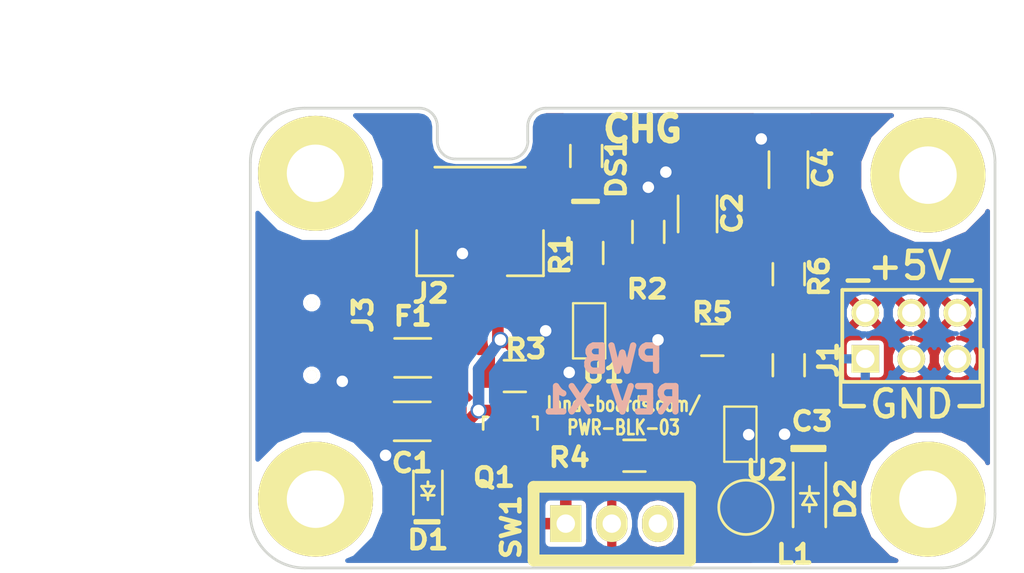
<source format=kicad_pcb>
(kicad_pcb (version 4) (host pcbnew "(after 2015-mar-04 BZR unknown)-product")

  (general
    (links 42)
    (no_connects 0)
    (area 25.941667 29.225 82.700001 60.7298)
    (thickness 1.6)
    (drawings 42)
    (tracks 91)
    (zones 0)
    (modules 28)
    (nets 14)
  )

  (page A)
  (title_block
    (title "One Wire Data Logger")
    (rev X1)
  )

  (layers
    (0 F.Cu signal)
    (31 B.Cu signal hide)
    (36 B.SilkS user hide)
    (37 F.SilkS user)
    (38 B.Mask user)
    (39 F.Mask user)
    (40 Dwgs.User user)
    (44 Edge.Cuts user)
  )

  (setup
    (last_trace_width 0.254)
    (user_trace_width 0.2032)
    (user_trace_width 0.635)
    (trace_clearance 0.254)
    (zone_clearance 0.2032)
    (zone_45_only no)
    (trace_min 0.1524)
    (segment_width 0.2)
    (edge_width 0.15)
    (via_size 0.889)
    (via_drill 0.635)
    (via_min_size 0.889)
    (via_min_drill 0.508)
    (uvia_size 0.508)
    (uvia_drill 0.127)
    (uvias_allowed no)
    (uvia_min_size 0.508)
    (uvia_min_drill 0.127)
    (pcb_text_width 0.3)
    (pcb_text_size 1 1)
    (mod_edge_width 0.15)
    (mod_text_size 1.143 1.016)
    (mod_text_width 0.254)
    (pad_size 6.35 6.35)
    (pad_drill 3.175)
    (pad_to_mask_clearance 0.1016)
    (aux_axis_origin 0 0)
    (visible_elements 7FFFFF7F)
    (pcbplotparams
      (layerselection 0x010f0_80000001)
      (usegerberextensions true)
      (excludeedgelayer true)
      (linewidth 0.150000)
      (plotframeref false)
      (viasonmask false)
      (mode 1)
      (useauxorigin false)
      (hpglpennumber 1)
      (hpglpenspeed 20)
      (hpglpendiameter 15)
      (hpglpenoverlay 2)
      (psnegative false)
      (psa4output false)
      (plotreference true)
      (plotvalue true)
      (plotinvisibletext false)
      (padsonsilk false)
      (subtractmaskfromsilk false)
      (outputformat 1)
      (mirror false)
      (drillshape 0)
      (scaleselection 1)
      (outputdirectory plots/))
  )

  (net 0 "")
  (net 1 "/5V Power Supply/+5VOUT")
  (net 2 "/5V Power Supply/3.7V")
  (net 3 "/LiPo Battery Charger/VB-3.7")
  (net 4 GND)
  (net 5 "Net-(C3-Pad1)")
  (net 6 "Net-(DS1-Pad2)")
  (net 7 "Net-(F1-Pad1)")
  (net 8 "Net-(R1-Pad1)")
  (net 9 "Net-(R2-Pad1)")
  (net 10 "/5V Power Supply/VFB")
  (net 11 /USB/+5VUSB)
  (net 12 "Net-(C1-Pad1)")
  (net 13 "Net-(R4-Pad2)")

  (net_class Default "This is the default net class."
    (clearance 0.254)
    (trace_width 0.254)
    (via_dia 0.889)
    (via_drill 0.635)
    (uvia_dia 0.508)
    (uvia_drill 0.127)
    (add_net "/5V Power Supply/+5VOUT")
    (add_net "/5V Power Supply/3.7V")
    (add_net "/5V Power Supply/VFB")
    (add_net "/LiPo Battery Charger/VB-3.7")
    (add_net /USB/+5VUSB)
    (add_net GND)
    (add_net "Net-(C1-Pad1)")
    (add_net "Net-(C3-Pad1)")
    (add_net "Net-(DS1-Pad2)")
    (add_net "Net-(F1-Pad1)")
    (add_net "Net-(R1-Pad1)")
    (add_net "Net-(R2-Pad1)")
    (add_net "Net-(R4-Pad2)")
  )

  (module DougsNewMods:USB_Micro-B-Wellco-SMT (layer F.Cu) (tedit 567EE573) (tstamp 567EE9F4)
    (at 43.915 47.75 270)
    (descr "Micro USB Type B Receptacle")
    (tags "USB USB_B USB_micro USB_OTG")
    (path /53C9C2FF/567EEACC)
    (clearance 0.1524)
    (attr smd)
    (fp_text reference J3 (at -1.343 -2.304 270) (layer F.SilkS)
      (effects (font (size 1.016 1.143) (thickness 0.254)))
    )
    (fp_text value USB-MICRO-B (at 0 4.8 270) (layer Dwgs.User) hide
      (effects (font (size 1 1) (thickness 0.15)))
    )
    (pad 1 smd rect (at -1.3 -0.4 270) (size 0.4 1.8) (layers F.Cu F.Mask)
      (net 7 "Net-(F1-Pad1)"))
    (pad 2 smd rect (at -0.65 -0.4 270) (size 0.4 1.8) (layers F.Cu F.Mask))
    (pad 3 smd rect (at 0 -0.4 270) (size 0.4 1.8) (layers F.Cu F.Mask))
    (pad 4 smd rect (at 0.65 -0.4 270) (size 0.4 1.8) (layers F.Cu F.Mask))
    (pad 5 smd rect (at 1.3 -0.4 270) (size 0.4 1.8) (layers F.Cu F.Mask)
      (net 4 GND))
    (pad "" np_thru_hole circle (at -2 0.525) (size 0.55 0.55) (drill 0.55) (layers *.Cu *.Mask F.SilkS))
    (pad "" np_thru_hole circle (at 2 0.525) (size 0.55 0.55) (drill oval 0.55) (layers *.Cu *.Mask F.SilkS))
    (pad 7 smd rect (at -3.95 2.625) (size 1.9 1.9) (layers F.Cu F.Mask))
    (pad 6 smd rect (at 3.95 2.625) (size 1.9 1.9) (layers F.Cu F.Mask))
  )

  (module FIDUCIAL (layer F.Cu) (tedit 518BF783) (tstamp 53CC1817)
    (at 73.4 53.3)
    (path /518D21B8)
    (fp_text reference FID1 (at 0 2.3495) (layer F.SilkS) hide
      (effects (font (size 1.016 1.143) (thickness 0.254)))
    )
    (fp_text value CONN_1 (at 0.127 -2.794) (layer F.SilkS) hide
      (effects (font (size 1.016 1.016) (thickness 0.2032)))
    )
    (pad 1 smd circle (at 0 0) (size 1 1) (layers F.Cu F.Mask)
      (solder_mask_margin 1) (clearance 1))
  )

  (module FIDUCIAL (layer F.Cu) (tedit 567EDB9E) (tstamp 518D1DC2)
    (at 43.4 50.6)
    (path /518D20E3)
    (fp_text reference FID2 (at 0 2.3495) (layer F.SilkS) hide
      (effects (font (size 1.016 1.143) (thickness 0.254)))
    )
    (fp_text value CONN_1 (at 0.127 -2.794) (layer F.SilkS) hide
      (effects (font (size 1.016 1.016) (thickness 0.2032)))
    )
    (pad 1 smd circle (at 2.429 -6.709) (size 1 1) (layers F.Cu F.Mask)
      (solder_mask_margin 1) (clearance 1))
  )

  (module SOT23-5 (layer F.Cu) (tedit 567F338E) (tstamp 517EB80B)
    (at 67.047 53.011 90)
    (path /517C5DAF/517C7898)
    (attr smd)
    (fp_text reference U2 (at -1.989 1.453 180) (layer F.SilkS)
      (effects (font (size 1.016 1.143) (thickness 0.254)))
    )
    (fp_text value LMR62014 (at 0 0 90) (layer F.SilkS) hide
      (effects (font (size 0.635 0.635) (thickness 0.127)))
    )
    (fp_line (start 1.524 -0.889) (end 1.524 0.889) (layer F.SilkS) (width 0.127))
    (fp_line (start 1.524 0.889) (end -1.524 0.889) (layer F.SilkS) (width 0.127))
    (fp_line (start -1.524 0.889) (end -1.524 -0.889) (layer F.SilkS) (width 0.127))
    (fp_line (start -1.524 -0.889) (end 1.524 -0.889) (layer F.SilkS) (width 0.127))
    (pad 1 smd rect (at -0.9525 1.27 90) (size 0.508 0.762) (layers F.Cu F.Mask)
      (net 10 "/5V Power Supply/VFB"))
    (pad 3 smd rect (at 0.9525 1.27 90) (size 0.508 0.762) (layers F.Cu F.Mask)
      (net 5 "Net-(C3-Pad1)"))
    (pad 5 smd rect (at -0.9525 -1.27 90) (size 0.508 0.762) (layers F.Cu F.Mask)
      (net 2 "/5V Power Supply/3.7V"))
    (pad 2 smd rect (at 0 1.27 90) (size 0.508 0.762) (layers F.Cu F.Mask)
      (net 4 GND))
    (pad 4 smd rect (at 0.9525 -1.27 90) (size 0.508 0.762) (layers F.Cu F.Mask)
      (net 13 "Net-(R4-Pad2)"))
    (model smd/SOT23_5.wrl
      (at (xyz 0 0 0))
      (scale (xyz 0.1 0.1 0.1))
      (rotate (xyz 0 0 0))
    )
  )

  (module JST-2-SMT (layer F.Cu) (tedit 54A95986) (tstamp 53EB955C)
    (at 52.68 42.26)
    (path /517C5D95/517C6133)
    (clearance 0.1524)
    (attr smd)
    (fp_text reference J2 (at -2.728 2.968) (layer F.SilkS)
      (effects (font (size 1.016 1.143) (thickness 0.254)))
    )
    (fp_text value JST_2 (at 0 6) (layer F.SilkS) hide
      (effects (font (size 1.27 1.27) (thickness 0.0889)))
    )
    (fp_line (start 1.5 2) (end 3.5 2) (layer F.SilkS) (width 0.15))
    (fp_line (start 3.5 2) (end 3.5 -0.5) (layer F.SilkS) (width 0.15))
    (fp_line (start -3.5 -0.5) (end -3.5 2) (layer F.SilkS) (width 0.15))
    (fp_line (start -3.5 2) (end -1.5 2) (layer F.SilkS) (width 0.15))
    (fp_line (start -2.5 -4) (end 2.5 -4) (layer F.SilkS) (width 0.15))
    (fp_text user "" (at -2.20218 5.3848) (layer B.SilkS)
      (effects (font (size 1.4224 1.4224) (thickness 0.0889)))
    )
    (fp_text user "" (at 2.98196 5.3848) (layer B.SilkS)
      (effects (font (size 1.4224 1.4224) (thickness 0.0889)))
    )
    (pad 1 smd rect (at -1 3) (size 1 3) (layers F.Cu F.Mask)
      (net 4 GND))
    (pad 2 smd rect (at 1 3) (size 1 3) (layers F.Cu F.Mask)
      (net 12 "Net-(C1-Pad1)"))
    (pad NC1 smd rect (at -3.35 -2.5) (size 1.5 3.4) (layers F.Cu F.Mask))
    (pad NC2 smd rect (at 3.35 -2.5) (size 1.5 3.4) (layers F.Cu F.Mask))
  )

  (module MTG-4-40 (layer F.Cu) (tedit 540CB4BD) (tstamp 540CB231)
    (at 43.5 38.5)
    (path /51830500)
    (fp_text reference MTG1 (at -6.858 -0.635) (layer F.SilkS) hide
      (effects (font (size 1.016 1.143) (thickness 0.254)))
    )
    (fp_text value CONN_1 (at 0 -5.08) (layer F.SilkS) hide
      (effects (font (thickness 0.3048)))
    )
    (pad 1 thru_hole circle (at 0.1 0.1) (size 6.35 6.35) (drill 3.175) (layers *.Cu *.Mask F.SilkS)
      (clearance 0.508))
  )

  (module MTG-4-40 (layer F.Cu) (tedit 567F2966) (tstamp 517C7754)
    (at 43.6 56.8)
    (path /5183051E)
    (fp_text reference MTG3 (at -6.858 -0.635) (layer F.SilkS) hide
      (effects (font (size 1.016 1.143) (thickness 0.254)))
    )
    (fp_text value CONN_1 (at 0 -5.08) (layer F.SilkS) hide
      (effects (font (thickness 0.3048)))
    )
    (pad 1 thru_hole circle (at 0 -0.2) (size 6.35 6.35) (drill 3.175) (layers *.Cu *.Mask F.SilkS)
      (clearance 0.508))
  )

  (module MTG-4-40 (layer F.Cu) (tedit 540CB535) (tstamp 53C9C386)
    (at 77.5 54.7)
    (path /5183050F)
    (fp_text reference MTG2 (at -6.858 -0.635) (layer F.SilkS) hide
      (effects (font (size 1.016 1.143) (thickness 0.254)))
    )
    (fp_text value CONN_1 (at 0 -5.08) (layer F.SilkS) hide
      (effects (font (thickness 0.3048)))
    )
    (pad 1 thru_hole circle (at -0.1 1.9) (size 6.35 6.35) (drill 3.175) (layers *.Cu *.Mask F.SilkS)
      (clearance 0.508))
  )

  (module MTG-4-40 (layer F.Cu) (tedit 540CB51F) (tstamp 53C9C38B)
    (at 77.5 38.6)
    (path /5183052D)
    (fp_text reference MTG4 (at -6.858 -0.635) (layer F.SilkS) hide
      (effects (font (size 1.016 1.143) (thickness 0.254)))
    )
    (fp_text value CONN_1 (at 0 -5.08) (layer F.SilkS) hide
      (effects (font (thickness 0.3048)))
    )
    (pad 1 thru_hole circle (at -0.1 0.1) (size 6.35 6.35) (drill 3.175) (layers *.Cu *.Mask F.SilkS)
      (clearance 0.508))
  )

  (module SOT23-5 (layer F.Cu) (tedit 567F2DEC) (tstamp 53CC0B5B)
    (at 58.7 47.3 270)
    (path /517C5D95/54A6FD42)
    (attr smd)
    (fp_text reference U1 (at 2.328 -0.785 360) (layer F.SilkS)
      (effects (font (size 1.016 1.143) (thickness 0.254)))
    )
    (fp_text value MCP73831 (at 0.123 2.3388 270) (layer F.SilkS) hide
      (effects (font (size 0.635 0.635) (thickness 0.127)))
    )
    (fp_line (start 1.524 -0.889) (end 1.524 0.889) (layer F.SilkS) (width 0.127))
    (fp_line (start 1.524 0.889) (end -1.524 0.889) (layer F.SilkS) (width 0.127))
    (fp_line (start -1.524 0.889) (end -1.524 -0.889) (layer F.SilkS) (width 0.127))
    (fp_line (start -1.524 -0.889) (end 1.524 -0.889) (layer F.SilkS) (width 0.127))
    (pad 1 smd rect (at -0.9525 1.27 270) (size 0.508 0.762) (layers F.Cu F.Mask)
      (net 8 "Net-(R1-Pad1)"))
    (pad 3 smd rect (at 0.9525 1.27 270) (size 0.508 0.762) (layers F.Cu F.Mask)
      (net 12 "Net-(C1-Pad1)"))
    (pad 5 smd rect (at -0.9525 -1.27 270) (size 0.508 0.762) (layers F.Cu F.Mask)
      (net 9 "Net-(R2-Pad1)"))
    (pad 2 smd rect (at 0 1.27 270) (size 0.508 0.762) (layers F.Cu F.Mask)
      (net 4 GND))
    (pad 4 smd rect (at 0.9525 -1.27 270) (size 0.508 0.762) (layers F.Cu F.Mask)
      (net 11 /USB/+5VUSB))
    (model smd/SOT23_5.wrl
      (at (xyz 0 0 0))
      (scale (xyz 0.1 0.1 0.1))
      (rotate (xyz 0 0 0))
    )
  )

  (module PIN_ARRAY_3X2 (layer F.Cu) (tedit 567F2560) (tstamp 53EF7D4F)
    (at 76.4802 47.5796)
    (descr "Double rangee de contacts 2 x 4 pins")
    (tags CONN)
    (path /54A94CB7)
    (fp_text reference J1 (at -4.5802 1.3204 90) (layer F.SilkS)
      (effects (font (size 1.016 1.143) (thickness 0.254)))
    )
    (fp_text value CONN_3X2 (at 0 3.81) (layer F.SilkS) hide
      (effects (font (size 1.016 1.016) (thickness 0.2032)))
    )
    (fp_line (start 3.81 2.54) (end -3.81 2.54) (layer F.SilkS) (width 0.2032))
    (fp_line (start -3.81 -2.54) (end 3.81 -2.54) (layer F.SilkS) (width 0.2032))
    (fp_line (start 3.81 -2.54) (end 3.81 2.54) (layer F.SilkS) (width 0.2032))
    (fp_line (start -3.81 2.54) (end -3.81 -2.54) (layer F.SilkS) (width 0.2032))
    (pad 1 thru_hole rect (at -2.54 1.27) (size 1.524 1.524) (drill 1.016) (layers *.Cu *.Mask F.SilkS)
      (net 4 GND))
    (pad 2 thru_hole circle (at -2.54 -1.27) (size 1.524 1.524) (drill 1.016) (layers *.Cu *.Mask F.SilkS)
      (net 1 "/5V Power Supply/+5VOUT"))
    (pad 3 thru_hole circle (at 0 1.27) (size 1.524 1.524) (drill 1.016) (layers *.Cu *.Mask F.SilkS)
      (net 4 GND))
    (pad 4 thru_hole circle (at 0 -1.27) (size 1.524 1.524) (drill 1.016) (layers *.Cu *.Mask F.SilkS)
      (net 1 "/5V Power Supply/+5VOUT"))
    (pad 5 thru_hole circle (at 2.54 1.27) (size 1.524 1.524) (drill 1.016) (layers *.Cu *.Mask F.SilkS)
      (net 4 GND))
    (pad 6 thru_hole circle (at 2.54 -1.27) (size 1.524 1.524) (drill 1.016) (layers *.Cu *.Mask F.SilkS)
      (net 1 "/5V Power Supply/+5VOUT"))
    (model pin_array/pins_array_3x2.wrl
      (at (xyz 0 0 0))
      (scale (xyz 1 1 1))
      (rotate (xyz 0 0 0))
    )
  )

  (module Diodes_SMD:SOD-323 (layer F.Cu) (tedit 567F2F58) (tstamp 567BB62F)
    (at 49.8004 56.1352 90)
    (descr SOD-323)
    (tags SOD-323)
    (path /517C5D95/567D87A7)
    (attr smd)
    (fp_text reference D1 (at -2.7148 -0.0004 180) (layer F.SilkS)
      (effects (font (size 1.016 1.143) (thickness 0.254)))
    )
    (fp_text value D_Schottky_FixedPinout (at 0.1 1.9 90) (layer F.SilkS) hide
      (effects (font (size 1 1) (thickness 0.15)))
    )
    (fp_line (start 0.25 0) (end 0.5 0) (layer F.SilkS) (width 0.15))
    (fp_line (start -0.25 0) (end -0.5 0) (layer F.SilkS) (width 0.15))
    (fp_line (start -0.25 0) (end 0.25 -0.35) (layer F.SilkS) (width 0.15))
    (fp_line (start 0.25 -0.35) (end 0.25 0.35) (layer F.SilkS) (width 0.15))
    (fp_line (start 0.25 0.35) (end -0.25 0) (layer F.SilkS) (width 0.15))
    (fp_line (start -0.25 -0.35) (end -0.25 0.35) (layer F.SilkS) (width 0.15))
    (fp_line (start -1.5 -0.95) (end 1.5 -0.95) (layer F.CrtYd) (width 0.05))
    (fp_line (start 1.5 -0.95) (end 1.5 0.95) (layer F.CrtYd) (width 0.05))
    (fp_line (start -1.5 0.95) (end 1.5 0.95) (layer F.CrtYd) (width 0.05))
    (fp_line (start -1.5 -0.95) (end -1.5 0.95) (layer F.CrtYd) (width 0.05))
    (fp_line (start -1.3 0.8) (end 1.1 0.8) (layer F.SilkS) (width 0.15))
    (fp_line (start -1.3 -0.8) (end 1.1 -0.8) (layer F.SilkS) (width 0.15))
    (pad 1 smd rect (at -1.055 0 90) (size 0.59 0.45) (layers F.Cu F.Mask)
      (net 3 "/LiPo Battery Charger/VB-3.7"))
    (pad 2 smd rect (at 1.055 0 90) (size 0.59 0.45) (layers F.Cu F.Mask)
      (net 11 /USB/+5VUSB))
  )

  (module TO_SOT_Packages_SMD:SOT-23 (layer F.Cu) (tedit 567F2E8B) (tstamp 567BB63F)
    (at 54.35 52.7)
    (descr "SOT-23, Standard")
    (tags SOT-23)
    (path /517C5D95/567F329F)
    (attr smd)
    (fp_text reference Q1 (at -0.9 2.7) (layer F.SilkS)
      (effects (font (size 1.016 1.143) (thickness 0.254)))
    )
    (fp_text value PMV48XP (at 0 2.3) (layer F.SilkS) hide
      (effects (font (size 1 1) (thickness 0.15)))
    )
    (fp_line (start -1.65 -1.6) (end 1.65 -1.6) (layer F.CrtYd) (width 0.05))
    (fp_line (start 1.65 -1.6) (end 1.65 1.6) (layer F.CrtYd) (width 0.05))
    (fp_line (start 1.65 1.6) (end -1.65 1.6) (layer F.CrtYd) (width 0.05))
    (fp_line (start -1.65 1.6) (end -1.65 -1.6) (layer F.CrtYd) (width 0.05))
    (fp_line (start 1.29916 -0.65024) (end 1.2509 -0.65024) (layer F.SilkS) (width 0.15))
    (fp_line (start -1.49982 0.0508) (end -1.49982 -0.65024) (layer F.SilkS) (width 0.15))
    (fp_line (start -1.49982 -0.65024) (end -1.2509 -0.65024) (layer F.SilkS) (width 0.15))
    (fp_line (start 1.29916 -0.65024) (end 1.49982 -0.65024) (layer F.SilkS) (width 0.15))
    (fp_line (start 1.49982 -0.65024) (end 1.49982 0.0508) (layer F.SilkS) (width 0.15))
    (pad 1 smd rect (at -0.95 1.00076) (size 0.8001 0.8001) (layers F.Cu F.Mask)
      (net 11 /USB/+5VUSB))
    (pad 2 smd rect (at 0.95 1.00076) (size 0.8001 0.8001) (layers F.Cu F.Mask)
      (net 3 "/LiPo Battery Charger/VB-3.7"))
    (pad 3 smd rect (at 0 -0.99822) (size 0.8001 0.8001) (layers F.Cu F.Mask)
      (net 12 "Net-(C1-Pad1)"))
    (model TO_SOT_Packages_SMD.3dshapes/SOT-23.wrl
      (at (xyz 0 0 0))
      (scale (xyz 1 1 1))
      (rotate (xyz 0 0 0))
    )
  )

  (module Resistors_SMD:R_1206_HandSoldering (layer F.Cu) (tedit 567F235B) (tstamp 567D9277)
    (at 64.6848 40.8444 90)
    (descr "Resistor SMD 1206, hand soldering")
    (tags "resistor 1206")
    (path /517C5DAF/517C78BC)
    (attr smd)
    (fp_text reference C2 (at 0.0444 1.9152 270) (layer F.SilkS)
      (effects (font (size 1.016 1.143) (thickness 0.254)))
    )
    (fp_text value 4.7uF (at 0 2.3 90) (layer F.SilkS) hide
      (effects (font (size 1 1) (thickness 0.15)))
    )
    (fp_line (start -3.3 -1.2) (end 3.3 -1.2) (layer F.CrtYd) (width 0.05))
    (fp_line (start -3.3 1.2) (end 3.3 1.2) (layer F.CrtYd) (width 0.05))
    (fp_line (start -3.3 -1.2) (end -3.3 1.2) (layer F.CrtYd) (width 0.05))
    (fp_line (start 3.3 -1.2) (end 3.3 1.2) (layer F.CrtYd) (width 0.05))
    (fp_line (start 1 1.075) (end -1 1.075) (layer F.SilkS) (width 0.15))
    (fp_line (start -1 -1.075) (end 1 -1.075) (layer F.SilkS) (width 0.15))
    (pad 1 smd rect (at -2 0 90) (size 2 1.7) (layers F.Cu F.Mask)
      (net 2 "/5V Power Supply/3.7V"))
    (pad 2 smd rect (at 2 0 90) (size 2 1.7) (layers F.Cu F.Mask)
      (net 4 GND))
    (model Resistors_SMD.3dshapes/R_1206_HandSoldering.wrl
      (at (xyz 0 0 0))
      (scale (xyz 1 1 1))
      (rotate (xyz 0 0 0))
    )
  )

  (module Resistors_SMD:R_1206_HandSoldering (layer F.Cu) (tedit 567F2367) (tstamp 567D9278)
    (at 69.7 38.4 90)
    (descr "Resistor SMD 1206, hand soldering")
    (tags "resistor 1206")
    (path /517C5DAF/517C7D72)
    (attr smd)
    (fp_text reference C4 (at 0.1 1.9 90) (layer F.SilkS)
      (effects (font (size 1.016 1.143) (thickness 0.254)))
    )
    (fp_text value 4.7uF (at 0 2.3 90) (layer F.SilkS) hide
      (effects (font (size 1 1) (thickness 0.15)))
    )
    (fp_line (start -3.3 -1.2) (end 3.3 -1.2) (layer F.CrtYd) (width 0.05))
    (fp_line (start -3.3 1.2) (end 3.3 1.2) (layer F.CrtYd) (width 0.05))
    (fp_line (start -3.3 -1.2) (end -3.3 1.2) (layer F.CrtYd) (width 0.05))
    (fp_line (start 3.3 -1.2) (end 3.3 1.2) (layer F.CrtYd) (width 0.05))
    (fp_line (start 1 1.075) (end -1 1.075) (layer F.SilkS) (width 0.15))
    (fp_line (start -1 -1.075) (end 1 -1.075) (layer F.SilkS) (width 0.15))
    (pad 1 smd rect (at -2 0 90) (size 2 1.7) (layers F.Cu F.Mask)
      (net 1 "/5V Power Supply/+5VOUT"))
    (pad 2 smd rect (at 2 0 90) (size 2 1.7) (layers F.Cu F.Mask)
      (net 4 GND))
    (model Resistors_SMD.3dshapes/R_1206_HandSoldering.wrl
      (at (xyz 0 0 0))
      (scale (xyz 1 1 1))
      (rotate (xyz 0 0 0))
    )
  )

  (module Resistors_SMD:R_0805_HandSoldering (layer F.Cu) (tedit 567F36C7) (tstamp 567D9283)
    (at 69.714 49.201 270)
    (descr "Resistor SMD 0805, hand soldering")
    (tags "resistor 0805")
    (path /517C5DAF/517C7F11)
    (attr smd)
    (fp_text reference C3 (at 3.099 -1.286 360) (layer F.SilkS)
      (effects (font (size 1.016 1.143) (thickness 0.254)))
    )
    (fp_text value 680pF (at 0 2.1 270) (layer F.SilkS) hide
      (effects (font (size 1 1) (thickness 0.15)))
    )
    (fp_line (start -2.4 -1) (end 2.4 -1) (layer F.CrtYd) (width 0.05))
    (fp_line (start -2.4 1) (end 2.4 1) (layer F.CrtYd) (width 0.05))
    (fp_line (start -2.4 -1) (end -2.4 1) (layer F.CrtYd) (width 0.05))
    (fp_line (start 2.4 -1) (end 2.4 1) (layer F.CrtYd) (width 0.05))
    (fp_line (start 0.6 0.875) (end -0.6 0.875) (layer F.SilkS) (width 0.15))
    (fp_line (start -0.6 -0.875) (end 0.6 -0.875) (layer F.SilkS) (width 0.15))
    (pad 1 smd rect (at -1.35 0 270) (size 1.5 1.3) (layers F.Cu F.Mask)
      (net 5 "Net-(C3-Pad1)"))
    (pad 2 smd rect (at 1.35 0 270) (size 1.5 1.3) (layers F.Cu F.Mask)
      (net 1 "/5V Power Supply/+5VOUT"))
    (model Resistors_SMD.3dshapes/R_0805_HandSoldering.wrl
      (at (xyz 0 0 0))
      (scale (xyz 1 1 1))
      (rotate (xyz 0 0 0))
    )
  )

  (module Resistors_SMD:R_0805_HandSoldering (layer F.Cu) (tedit 567F3C79) (tstamp 567D928E)
    (at 61.2 54.2)
    (descr "Resistor SMD 0805, hand soldering")
    (tags "resistor 0805")
    (path /517C5DAF/517C78A7)
    (attr smd)
    (fp_text reference R4 (at -3.6 0.1 180) (layer F.SilkS)
      (effects (font (size 1.016 1.143) (thickness 0.254)))
    )
    (fp_text value 1M (at 0 2.1) (layer F.SilkS) hide
      (effects (font (size 1 1) (thickness 0.15)))
    )
    (fp_line (start -2.4 -1) (end 2.4 -1) (layer F.CrtYd) (width 0.05))
    (fp_line (start -2.4 1) (end 2.4 1) (layer F.CrtYd) (width 0.05))
    (fp_line (start -2.4 -1) (end -2.4 1) (layer F.CrtYd) (width 0.05))
    (fp_line (start 2.4 -1) (end 2.4 1) (layer F.CrtYd) (width 0.05))
    (fp_line (start 0.6 0.875) (end -0.6 0.875) (layer F.SilkS) (width 0.15))
    (fp_line (start -0.6 -0.875) (end 0.6 -0.875) (layer F.SilkS) (width 0.15))
    (pad 1 smd rect (at -1.35 0) (size 1.5 1.3) (layers F.Cu F.Mask)
      (net 2 "/5V Power Supply/3.7V"))
    (pad 2 smd rect (at 1.35 0) (size 1.5 1.3) (layers F.Cu F.Mask)
      (net 13 "Net-(R4-Pad2)"))
    (model Resistors_SMD.3dshapes/R_0805_HandSoldering.wrl
      (at (xyz 0 0 0))
      (scale (xyz 1 1 1))
      (rotate (xyz 0 0 0))
    )
  )

  (module Resistors_SMD:R_0805_HandSoldering (layer F.Cu) (tedit 567EE370) (tstamp 567D9299)
    (at 65.5 47.8 180)
    (descr "Resistor SMD 0805, hand soldering")
    (tags "resistor 0805")
    (path /517C5DAF/517C7E46)
    (attr smd)
    (fp_text reference R5 (at 0 1.524 180) (layer F.SilkS)
      (effects (font (size 1.016 1.143) (thickness 0.254)))
    )
    (fp_text value 1K (at 0 2.1 180) (layer F.SilkS) hide
      (effects (font (size 1 1) (thickness 0.15)))
    )
    (fp_line (start -2.4 -1) (end 2.4 -1) (layer F.CrtYd) (width 0.05))
    (fp_line (start -2.4 1) (end 2.4 1) (layer F.CrtYd) (width 0.05))
    (fp_line (start -2.4 -1) (end -2.4 1) (layer F.CrtYd) (width 0.05))
    (fp_line (start 2.4 -1) (end 2.4 1) (layer F.CrtYd) (width 0.05))
    (fp_line (start 0.6 0.875) (end -0.6 0.875) (layer F.SilkS) (width 0.15))
    (fp_line (start -0.6 -0.875) (end 0.6 -0.875) (layer F.SilkS) (width 0.15))
    (pad 1 smd rect (at -1.35 0 180) (size 1.5 1.3) (layers F.Cu F.Mask)
      (net 5 "Net-(C3-Pad1)"))
    (pad 2 smd rect (at 1.35 0 180) (size 1.5 1.3) (layers F.Cu F.Mask)
      (net 4 GND))
    (model Resistors_SMD.3dshapes/R_0805_HandSoldering.wrl
      (at (xyz 0 0 0))
      (scale (xyz 1 1 1))
      (rotate (xyz 0 0 0))
    )
  )

  (module Resistors_SMD:R_0805_HandSoldering (layer F.Cu) (tedit 567F236E) (tstamp 567D92A4)
    (at 69.714 44.1718 90)
    (descr "Resistor SMD 0805, hand soldering")
    (tags "resistor 0805")
    (path /517C5DAF/517C7E37)
    (attr smd)
    (fp_text reference R6 (at -0.1282 1.686 270) (layer F.SilkS)
      (effects (font (size 1.016 1.143) (thickness 0.254)))
    )
    (fp_text value 3.09K (at 0 2.1 90) (layer F.SilkS) hide
      (effects (font (size 1 1) (thickness 0.15)))
    )
    (fp_line (start -2.4 -1) (end 2.4 -1) (layer F.CrtYd) (width 0.05))
    (fp_line (start -2.4 1) (end 2.4 1) (layer F.CrtYd) (width 0.05))
    (fp_line (start -2.4 -1) (end -2.4 1) (layer F.CrtYd) (width 0.05))
    (fp_line (start 2.4 -1) (end 2.4 1) (layer F.CrtYd) (width 0.05))
    (fp_line (start 0.6 0.875) (end -0.6 0.875) (layer F.SilkS) (width 0.15))
    (fp_line (start -0.6 -0.875) (end 0.6 -0.875) (layer F.SilkS) (width 0.15))
    (pad 1 smd rect (at -1.35 0 90) (size 1.5 1.3) (layers F.Cu F.Mask)
      (net 5 "Net-(C3-Pad1)"))
    (pad 2 smd rect (at 1.35 0 90) (size 1.5 1.3) (layers F.Cu F.Mask)
      (net 1 "/5V Power Supply/+5VOUT"))
    (model Resistors_SMD.3dshapes/R_0805_HandSoldering.wrl
      (at (xyz 0 0 0))
      (scale (xyz 1 1 1))
      (rotate (xyz 0 0 0))
    )
  )

  (module DougsNewMods:SOD-123-FIXED (layer F.Cu) (tedit 567F036A) (tstamp 567F0A81)
    (at 70.857 56.5924 270)
    (descr SOD-123)
    (tags SOD-123)
    (path /517C5DAF/517C7D22)
    (attr smd)
    (fp_text reference D2 (at 0 -2 270) (layer F.SilkS)
      (effects (font (size 1.016 1.143) (thickness 0.254)))
    )
    (fp_text value MBR0520LT1G (at 0 2.1 270) (layer F.SilkS) hide
      (effects (font (size 1 1) (thickness 0.15)))
    )
    (fp_line (start 0.3175 0) (end 0.6985 0) (layer F.SilkS) (width 0.15))
    (fp_line (start -0.6985 0) (end -0.3175 0) (layer F.SilkS) (width 0.15))
    (fp_line (start -0.3175 0) (end 0.3175 -0.381) (layer F.SilkS) (width 0.15))
    (fp_line (start 0.3175 -0.381) (end 0.3175 0.381) (layer F.SilkS) (width 0.15))
    (fp_line (start 0.3175 0.381) (end -0.3175 0) (layer F.SilkS) (width 0.15))
    (fp_line (start -0.3175 -0.508) (end -0.3175 0.508) (layer F.SilkS) (width 0.15))
    (fp_line (start -2.25 -1.05) (end 2.25 -1.05) (layer F.CrtYd) (width 0.05))
    (fp_line (start 2.25 -1.05) (end 2.25 1.05) (layer F.CrtYd) (width 0.05))
    (fp_line (start 2.25 1.05) (end -2.25 1.05) (layer F.CrtYd) (width 0.05))
    (fp_line (start -2.25 -1.05) (end -2.25 1.05) (layer F.CrtYd) (width 0.05))
    (fp_line (start -2 0.9) (end 1.54 0.9) (layer F.SilkS) (width 0.15))
    (fp_line (start -2 -0.9) (end 1.54 -0.9) (layer F.SilkS) (width 0.15))
    (pad 2 smd rect (at -1.635 0 270) (size 0.91 1.22) (layers F.Cu F.Mask)
      (net 1 "/5V Power Supply/+5VOUT"))
    (pad 1 smd rect (at 1.635 0 270) (size 0.91 1.22) (layers F.Cu F.Mask)
      (net 10 "/5V Power Supply/VFB"))
  )

  (module DougsNewMods:SPDT0.1IN (layer F.Cu) (tedit 567F2D19) (tstamp 567F27D9)
    (at 59.95 57.95 90)
    (descr "Through hole pin header")
    (tags "pin header")
    (path /567F2212)
    (fp_text reference SW1 (at -0.187 -5.5588 90) (layer F.SilkS)
      (effects (font (size 1.016 1.143) (thickness 0.254)))
    )
    (fp_text value Switch_SPDT_x2 (at 0 -5.64 90) (layer F.SilkS) hide
      (effects (font (size 1 1) (thickness 0.15)))
    )
    (fp_line (start 2.032 -4.318) (end -2.032 -4.318) (layer F.SilkS) (width 0.65))
    (fp_line (start -2.032 -4.318) (end -2.032 4.318) (layer F.SilkS) (width 0.65))
    (fp_line (start -2.032 4.318) (end 2.032 4.318) (layer F.SilkS) (width 0.65))
    (fp_line (start 2.032 4.318) (end 2.032 -4.318) (layer F.SilkS) (width 0.65))
    (fp_line (start -1.75 -4.29) (end -1.75 4.31) (layer F.CrtYd) (width 0.05))
    (fp_line (start 1.75 -4.29) (end 1.75 4.31) (layer F.CrtYd) (width 0.05))
    (fp_line (start -1.75 -4.29) (end 1.75 -4.29) (layer F.CrtYd) (width 0.05))
    (fp_line (start -1.75 4.31) (end 1.75 4.31) (layer F.CrtYd) (width 0.05))
    (fp_line (start -1.55 -4.09) (end 1.55 -4.09) (layer F.SilkS) (width 0.15))
    (pad 1 thru_hole rect (at 0 -2.54 90) (size 2.032 1.7272) (drill 1.016) (layers *.Cu *.Mask F.SilkS)
      (net 3 "/LiPo Battery Charger/VB-3.7"))
    (pad 2 thru_hole oval (at 0 0 90) (size 2.032 1.7272) (drill 1.016) (layers *.Cu *.Mask F.SilkS)
      (net 2 "/5V Power Supply/3.7V"))
    (pad 3 thru_hole oval (at 0 2.54 90) (size 2.032 1.7272) (drill 1.016) (layers *.Cu *.Mask F.SilkS))
    (model Pin_Headers.3dshapes/Pin_Header_Straight_1x03.wrl
      (at (xyz 0 -0.1 0))
      (scale (xyz 1 1 1))
      (rotate (xyz 0 0 90))
    )
  )

  (module Resistors_SMD:R_1206_HandSoldering (layer F.Cu) (tedit 567F3B42) (tstamp 567F4749)
    (at 48.9368 52.2998 180)
    (descr "Resistor SMD 1206, hand soldering")
    (tags "resistor 1206")
    (path /517C5D95/54A9445D)
    (attr smd)
    (fp_text reference C1 (at 0 -2.3 180) (layer F.SilkS)
      (effects (font (size 1.016 1.143) (thickness 0.254)))
    )
    (fp_text value 10uF (at 0 2.3 180) (layer F.SilkS) hide
      (effects (font (size 1 1) (thickness 0.15)))
    )
    (fp_line (start -3.3 -1.2) (end 3.3 -1.2) (layer F.CrtYd) (width 0.05))
    (fp_line (start -3.3 1.2) (end 3.3 1.2) (layer F.CrtYd) (width 0.05))
    (fp_line (start -3.3 -1.2) (end -3.3 1.2) (layer F.CrtYd) (width 0.05))
    (fp_line (start 3.3 -1.2) (end 3.3 1.2) (layer F.CrtYd) (width 0.05))
    (fp_line (start 1 1.075) (end -1 1.075) (layer F.SilkS) (width 0.15))
    (fp_line (start -1 -1.075) (end 1 -1.075) (layer F.SilkS) (width 0.15))
    (pad 1 smd rect (at -2 0 180) (size 2 1.7) (layers F.Cu F.Mask)
      (net 12 "Net-(C1-Pad1)"))
    (pad 2 smd rect (at 2 0 180) (size 2 1.7) (layers F.Cu F.Mask)
      (net 4 GND))
    (model Resistors_SMD.3dshapes/R_1206_HandSoldering.wrl
      (at (xyz 0 0 0))
      (scale (xyz 1 1 1))
      (rotate (xyz 0 0 0))
    )
  )

  (module Resistors_SMD:R_0805_HandSoldering (layer F.Cu) (tedit 567F3C02) (tstamp 567F4754)
    (at 58.538 37.644 270)
    (descr "Resistor SMD 0805, hand soldering")
    (tags "resistor 0805")
    (path /517C5D95/54A6FD67)
    (attr smd)
    (fp_text reference DS1 (at 0.656 -1.662 270) (layer F.SilkS)
      (effects (font (size 1.016 1.143) (thickness 0.254)))
    )
    (fp_text value LED (at 0 2.1 270) (layer F.SilkS) hide
      (effects (font (size 1 1) (thickness 0.15)))
    )
    (fp_line (start -2.4 -1) (end 2.4 -1) (layer F.CrtYd) (width 0.05))
    (fp_line (start -2.4 1) (end 2.4 1) (layer F.CrtYd) (width 0.05))
    (fp_line (start -2.4 -1) (end -2.4 1) (layer F.CrtYd) (width 0.05))
    (fp_line (start 2.4 -1) (end 2.4 1) (layer F.CrtYd) (width 0.05))
    (fp_line (start 0.6 0.875) (end -0.6 0.875) (layer F.SilkS) (width 0.15))
    (fp_line (start -0.6 -0.875) (end 0.6 -0.875) (layer F.SilkS) (width 0.15))
    (pad 1 smd rect (at -1.35 0 270) (size 1.5 1.3) (layers F.Cu F.Mask)
      (net 11 /USB/+5VUSB))
    (pad 2 smd rect (at 1.35 0 270) (size 1.5 1.3) (layers F.Cu F.Mask)
      (net 6 "Net-(DS1-Pad2)"))
    (model Resistors_SMD.3dshapes/R_0805_HandSoldering.wrl
      (at (xyz 0 0 0))
      (scale (xyz 1 1 1))
      (rotate (xyz 0 0 0))
    )
  )

  (module Resistors_SMD:R_1206_HandSoldering (layer F.Cu) (tedit 567F3B4D) (tstamp 567F475F)
    (at 48.9622 48.7946)
    (descr "Resistor SMD 1206, hand soldering")
    (tags "resistor 1206")
    (path /53C9C2FF/53EF87F2)
    (attr smd)
    (fp_text reference F1 (at 0 -2.3) (layer F.SilkS)
      (effects (font (size 1.016 1.143) (thickness 0.254)))
    )
    (fp_text value FUSE (at 0 2.3) (layer F.SilkS) hide
      (effects (font (size 1 1) (thickness 0.15)))
    )
    (fp_line (start -3.3 -1.2) (end 3.3 -1.2) (layer F.CrtYd) (width 0.05))
    (fp_line (start -3.3 1.2) (end 3.3 1.2) (layer F.CrtYd) (width 0.05))
    (fp_line (start -3.3 -1.2) (end -3.3 1.2) (layer F.CrtYd) (width 0.05))
    (fp_line (start 3.3 -1.2) (end 3.3 1.2) (layer F.CrtYd) (width 0.05))
    (fp_line (start 1 1.075) (end -1 1.075) (layer F.SilkS) (width 0.15))
    (fp_line (start -1 -1.075) (end 1 -1.075) (layer F.SilkS) (width 0.15))
    (pad 1 smd rect (at -2 0) (size 2 1.7) (layers F.Cu F.Mask)
      (net 7 "Net-(F1-Pad1)"))
    (pad 2 smd rect (at 2 0) (size 2 1.7) (layers F.Cu F.Mask)
      (net 11 /USB/+5VUSB))
    (model Resistors_SMD.3dshapes/R_1206_HandSoldering.wrl
      (at (xyz 0 0 0))
      (scale (xyz 1 1 1))
      (rotate (xyz 0 0 0))
    )
  )

  (module dougsLib:IND-3MM (layer F.Cu) (tedit 53D19178) (tstamp 567F476A)
    (at 67.3518 57.0496)
    (path /517C5DAF/517C78F4)
    (fp_text reference L1 (at 2.6948 2.588) (layer F.SilkS)
      (effects (font (size 1.016 1.143) (thickness 0.254)))
    )
    (fp_text value 10uH (at 0.24892 -4.50088) (layer F.SilkS) hide
      (effects (font (thickness 0.3048)))
    )
    (fp_circle (center 0 0) (end 1.5 0) (layer F.SilkS) (width 0.15))
    (pad 1 smd rect (at -1.2 0) (size 1.2 2.7) (layers F.Cu F.Mask)
      (net 2 "/5V Power Supply/3.7V"))
    (pad 2 smd rect (at 1.2 0) (size 1.2 2.7) (layers F.Cu F.Mask)
      (net 10 "/5V Power Supply/VFB"))
  )

  (module Resistors_SMD:R_0805_HandSoldering (layer F.Cu) (tedit 567F3ED3) (tstamp 567F4770)
    (at 58.6 43 90)
    (descr "Resistor SMD 0805, hand soldering")
    (tags "resistor 0805")
    (path /517C5D95/540C7F0B)
    (attr smd)
    (fp_text reference R1 (at -0.1 -1.5 90) (layer F.SilkS)
      (effects (font (size 1.016 1.143) (thickness 0.254)))
    )
    (fp_text value 470 (at 0 2.1 90) (layer F.SilkS) hide
      (effects (font (size 1 1) (thickness 0.15)))
    )
    (fp_line (start -2.4 -1) (end 2.4 -1) (layer F.CrtYd) (width 0.05))
    (fp_line (start -2.4 1) (end 2.4 1) (layer F.CrtYd) (width 0.05))
    (fp_line (start -2.4 -1) (end -2.4 1) (layer F.CrtYd) (width 0.05))
    (fp_line (start 2.4 -1) (end 2.4 1) (layer F.CrtYd) (width 0.05))
    (fp_line (start 0.6 0.875) (end -0.6 0.875) (layer F.SilkS) (width 0.15))
    (fp_line (start -0.6 -0.875) (end 0.6 -0.875) (layer F.SilkS) (width 0.15))
    (pad 1 smd rect (at -1.35 0 90) (size 1.5 1.3) (layers F.Cu F.Mask)
      (net 8 "Net-(R1-Pad1)"))
    (pad 2 smd rect (at 1.35 0 90) (size 1.5 1.3) (layers F.Cu F.Mask)
      (net 6 "Net-(DS1-Pad2)"))
    (model Resistors_SMD.3dshapes/R_0805_HandSoldering.wrl
      (at (xyz 0 0 0))
      (scale (xyz 1 1 1))
      (rotate (xyz 0 0 0))
    )
  )

  (module Resistors_SMD:R_0805_HandSoldering (layer F.Cu) (tedit 567F3DED) (tstamp 567F477B)
    (at 61.967 41.835 90)
    (descr "Resistor SMD 0805, hand soldering")
    (tags "resistor 0805")
    (path /517C5D95/517C6174)
    (attr smd)
    (fp_text reference R2 (at -3.165 -0.067 180) (layer F.SilkS)
      (effects (font (size 1.016 1.143) (thickness 0.254)))
    )
    (fp_text value 2.2K (at 0 2.1 90) (layer F.SilkS) hide
      (effects (font (size 1 1) (thickness 0.15)))
    )
    (fp_line (start -2.4 -1) (end 2.4 -1) (layer F.CrtYd) (width 0.05))
    (fp_line (start -2.4 1) (end 2.4 1) (layer F.CrtYd) (width 0.05))
    (fp_line (start -2.4 -1) (end -2.4 1) (layer F.CrtYd) (width 0.05))
    (fp_line (start 2.4 -1) (end 2.4 1) (layer F.CrtYd) (width 0.05))
    (fp_line (start 0.6 0.875) (end -0.6 0.875) (layer F.SilkS) (width 0.15))
    (fp_line (start -0.6 -0.875) (end 0.6 -0.875) (layer F.SilkS) (width 0.15))
    (pad 1 smd rect (at -1.35 0 90) (size 1.5 1.3) (layers F.Cu F.Mask)
      (net 9 "Net-(R2-Pad1)"))
    (pad 2 smd rect (at 1.35 0 90) (size 1.5 1.3) (layers F.Cu F.Mask)
      (net 4 GND))
    (model Resistors_SMD.3dshapes/R_0805_HandSoldering.wrl
      (at (xyz 0 0 0))
      (scale (xyz 1 1 1))
      (rotate (xyz 0 0 0))
    )
  )

  (module Resistors_SMD:R_0805_HandSoldering (layer F.Cu) (tedit 567F3EAD) (tstamp 567F4786)
    (at 54.6 49.8)
    (descr "Resistor SMD 0805, hand soldering")
    (tags "resistor 0805")
    (path /517C5D95/567A0BDC)
    (attr smd)
    (fp_text reference R3 (at 0.6 -1.5) (layer F.SilkS)
      (effects (font (size 1.016 1.143) (thickness 0.254)))
    )
    (fp_text value 10K (at 0 2.1) (layer F.SilkS) hide
      (effects (font (size 1 1) (thickness 0.15)))
    )
    (fp_line (start -2.4 -1) (end 2.4 -1) (layer F.CrtYd) (width 0.05))
    (fp_line (start -2.4 1) (end 2.4 1) (layer F.CrtYd) (width 0.05))
    (fp_line (start -2.4 -1) (end -2.4 1) (layer F.CrtYd) (width 0.05))
    (fp_line (start 2.4 -1) (end 2.4 1) (layer F.CrtYd) (width 0.05))
    (fp_line (start 0.6 0.875) (end -0.6 0.875) (layer F.SilkS) (width 0.15))
    (fp_line (start -0.6 -0.875) (end 0.6 -0.875) (layer F.SilkS) (width 0.15))
    (pad 1 smd rect (at -1.35 0) (size 1.5 1.3) (layers F.Cu F.Mask)
      (net 11 /USB/+5VUSB))
    (pad 2 smd rect (at 1.35 0) (size 1.5 1.3) (layers F.Cu F.Mask)
      (net 4 GND))
    (model Resistors_SMD.3dshapes/R_0805_HandSoldering.wrl
      (at (xyz 0 0 0))
      (scale (xyz 1 1 1))
      (rotate (xyz 0 0 0))
    )
  )

  (gr_line (start 59.2 40.1) (end 57.8 40.1) (angle 90) (layer F.SilkS) (width 0.2))
  (gr_line (start 69.9 53.8) (end 71.7 53.8) (angle 90) (layer F.SilkS) (width 0.2))
  (gr_line (start 49.1 57.9) (end 50.4 57.9) (angle 90) (layer F.SilkS) (width 0.2))
  (gr_line (start 49.1 57.8) (end 50.4 57.8) (angle 90) (layer F.SilkS) (width 0.2))
  (gr_line (start 71.7 53.7) (end 71.7 53.8) (angle 90) (layer F.SilkS) (width 0.2))
  (gr_line (start 69.9 53.7) (end 71.7 53.7) (angle 90) (layer F.SilkS) (width 0.2))
  (gr_line (start 69.9 53.9) (end 71.7 53.9) (angle 90) (layer F.SilkS) (width 0.2))
  (gr_line (start 57.8 40.2) (end 59.2 40.2) (angle 90) (layer F.SilkS) (width 0.2))
  (dimension 33.8 (width 0.25) (layer Dwgs.User)
    (gr_text "33.800 mm" (at 60.5 32.7) (layer Dwgs.User)
      (effects (font (size 1 1) (thickness 0.25)))
    )
    (feature1 (pts (xy 77.4 35) (xy 77.4 31.7)))
    (feature2 (pts (xy 43.6 35) (xy 43.6 31.7)))
    (crossbar (pts (xy 43.6 33.7) (xy 77.4 33.7)))
    (arrow1a (pts (xy 77.4 33.7) (xy 76.273496 34.286421)))
    (arrow1b (pts (xy 77.4 33.7) (xy 76.273496 33.113579)))
    (arrow2a (pts (xy 43.6 33.7) (xy 44.726504 34.286421)))
    (arrow2b (pts (xy 43.6 33.7) (xy 44.726504 33.113579)))
  )
  (dimension 41.1 (width 0.25) (layer Dwgs.User)
    (gr_text "41.100 mm" (at 60.55 30.3) (layer Dwgs.User)
      (effects (font (size 1 1) (thickness 0.25)))
    )
    (feature1 (pts (xy 81.1 35) (xy 81.1 29.3)))
    (feature2 (pts (xy 40 35) (xy 40 29.3)))
    (crossbar (pts (xy 40 31.3) (xy 81.1 31.3)))
    (arrow1a (pts (xy 81.1 31.3) (xy 79.973496 31.886421)))
    (arrow1b (pts (xy 81.1 31.3) (xy 79.973496 30.713579)))
    (arrow2a (pts (xy 40 31.3) (xy 41.126504 31.886421)))
    (arrow2b (pts (xy 40 31.3) (xy 41.126504 30.713579)))
  )
  (gr_line (start 43.6 38.6) (end 43.6 30.3) (angle 90) (layer Dwgs.User) (width 0.2))
  (gr_line (start 77.4 38.8) (end 77.4 31.3) (angle 90) (layer Dwgs.User) (width 0.2))
  (gr_line (start 40 38.5) (end 40 33.4) (angle 90) (layer Dwgs.User) (width 0.2))
  (gr_line (start 81.1 38.9) (end 81.1 34.3) (angle 90) (layer Dwgs.User) (width 0.2))
  (gr_line (start 39.7 35) (end 82.6 35) (angle 90) (layer Dwgs.User) (width 0.2))
  (gr_line (start 43 60.4) (end 78.1 60.4) (angle 90) (layer Edge.Cuts) (width 0.15))
  (gr_line (start 78.1 35) (end 56.3 35) (angle 90) (layer Edge.Cuts) (width 0.15))
  (gr_line (start 43 35) (end 49.31 35) (angle 90) (layer Edge.Cuts) (width 0.15))
  (gr_line (start 55.31 36.81) (end 55.31 35.98) (angle 90) (layer Edge.Cuts) (width 0.15))
  (gr_line (start 50.32 36.01) (end 50.32 36.8) (angle 90) (layer Edge.Cuts) (width 0.15))
  (dimension 18.3 (width 0.25) (layer Dwgs.User)
    (gr_text "18.300 mm" (at 33.7 47.75 90) (layer Dwgs.User)
      (effects (font (size 1 1) (thickness 0.25)))
    )
    (feature1 (pts (xy 43.6 38.6) (xy 32.7 38.6)))
    (feature2 (pts (xy 43.6 56.9) (xy 32.7 56.9)))
    (crossbar (pts (xy 34.7 56.9) (xy 34.7 38.6)))
    (arrow1a (pts (xy 34.7 38.6) (xy 35.28642 39.726503)))
    (arrow1b (pts (xy 34.7 38.6) (xy 34.11358 39.726503)))
    (arrow2a (pts (xy 34.7 56.9) (xy 35.28642 55.773497)))
    (arrow2b (pts (xy 34.7 56.9) (xy 34.11358 55.773497)))
  )
  (dimension 25.4 (width 0.25) (layer Dwgs.User)
    (gr_text "25.400 mm" (at 30.4 47.7 90) (layer Dwgs.User)
      (effects (font (size 1 1) (thickness 0.25)))
    )
    (feature1 (pts (xy 43.4 35) (xy 29.4 35)))
    (feature2 (pts (xy 43.4 60.4) (xy 29.4 60.4)))
    (crossbar (pts (xy 31.4 60.4) (xy 31.4 35)))
    (arrow1a (pts (xy 31.4 35) (xy 31.98642 36.126503)))
    (arrow1b (pts (xy 31.4 35) (xy 30.81358 36.126503)))
    (arrow2a (pts (xy 31.4 60.4) (xy 31.98642 59.273497)))
    (arrow2b (pts (xy 31.4 60.4) (xy 30.81358 59.273497)))
  )
  (gr_line (start 54.32 37.81) (end 51.32 37.81) (angle 90) (layer Edge.Cuts) (width 0.15))
  (gr_text -GND- (at 76.5 51.35) (layer F.SilkS)
    (effects (font (size 1.5 1.5) (thickness 0.25)))
  )
  (gr_arc (start 51.32 36.81) (end 51.32 37.81) (angle 90) (layer Edge.Cuts) (width 0.15))
  (gr_arc (start 54.32 36.81) (end 55.32 36.81) (angle 90) (layer Edge.Cuts) (width 0.15))
  (gr_arc (start 56.31 36) (end 55.31 36) (angle 90) (layer Edge.Cuts) (width 0.15))
  (gr_arc (start 49.32 36) (end 49.32 35) (angle 90) (layer Edge.Cuts) (width 0.15))
  (dimension 3.6 (width 0.25) (layer Dwgs.User)
    (gr_text "3.600 mm" (at 37.7 58.7 90) (layer Dwgs.User)
      (effects (font (size 1 1) (thickness 0.25)))
    )
    (feature1 (pts (xy 43.4 56.9) (xy 36.7 56.9)))
    (feature2 (pts (xy 43.4 60.5) (xy 36.7 60.5)))
    (crossbar (pts (xy 38.7 60.5) (xy 38.7 56.9)))
    (arrow1a (pts (xy 38.7 56.9) (xy 39.28642 58.026503)))
    (arrow1b (pts (xy 38.7 56.9) (xy 38.11358 58.026503)))
    (arrow2a (pts (xy 38.7 60.5) (xy 39.28642 59.373497)))
    (arrow2b (pts (xy 38.7 60.5) (xy 38.11358 59.373497)))
  )
  (dimension 3.6 (width 0.25) (layer Dwgs.User)
    (gr_text "3.600 mm" (at 37.8 36.8 90) (layer Dwgs.User)
      (effects (font (size 1 1) (thickness 0.25)))
    )
    (feature1 (pts (xy 43.6 35) (xy 36.8 35)))
    (feature2 (pts (xy 43.6 38.6) (xy 36.8 38.6)))
    (crossbar (pts (xy 38.8 38.6) (xy 38.8 35)))
    (arrow1a (pts (xy 38.8 35) (xy 39.38642 36.126503)))
    (arrow1b (pts (xy 38.8 35) (xy 38.21358 36.126503)))
    (arrow2a (pts (xy 38.8 38.6) (xy 39.38642 37.473497)))
    (arrow2b (pts (xy 38.8 38.6) (xy 38.21358 37.473497)))
  )
  (gr_text _+5V_ (at 76.4 43.7) (layer F.SilkS)
    (effects (font (size 1.5 1.5) (thickness 0.25)))
  )
  (gr_text CHG (at 61.65 36.15) (layer F.SilkS)
    (effects (font (size 1.397 1.397) (thickness 0.34925)))
  )
  (gr_line (start 81.1 57.4) (end 81.1 38) (angle 90) (layer Edge.Cuts) (width 0.15))
  (gr_line (start 40 57.4) (end 40 38) (angle 90) (layer Edge.Cuts) (width 0.15))
  (gr_text "PWB \nREV X1" (at 60 50) (layer B.SilkS)
    (effects (font (size 1.397 1.397) (thickness 0.34925)) (justify mirror))
  )
  (gr_text "land-boards.com/\nPWR-BLK-03" (at 60.6 52) (layer F.SilkS)
    (effects (font (size 0.8 0.6) (thickness 0.15)))
  )
  (gr_line (start 80.4178 48.345) (end 80.4178 51.445) (angle 90) (layer F.SilkS) (width 0.2))
  (gr_line (start 72.5786 48.2926) (end 72.5786 51.3926) (angle 90) (layer F.SilkS) (width 0.2))
  (gr_arc (start 43 57.4) (end 43 60.4) (angle 90) (layer Edge.Cuts) (width 0.15))
  (gr_arc (start 78.1 57.4) (end 81.1 57.4) (angle 90) (layer Edge.Cuts) (width 0.15))
  (gr_arc (start 78.1 38) (end 78.1 35) (angle 90) (layer Edge.Cuts) (width 0.15))
  (gr_arc (start 43 38) (end 40 38) (angle 90) (layer Edge.Cuts) (width 0.15))

  (segment (start 66.0818 56.9796) (end 66.1518 57.0496) (width 0.254) (layer F.Cu) (net 2) (tstamp 567EE216) (status 30))
  (segment (start 66.0818 57.1196) (end 66.1518 57.0496) (width 0.635) (layer F.Cu) (net 2) (tstamp 567F0179) (status 30))
  (segment (start 66.0818 56.9796) (end 66.1518 57.0496) (width 0.635) (layer F.Cu) (net 2) (tstamp 567F017B) (status 30))
  (segment (start 57.625 58.0906) (end 57.664 58.0516) (width 0.254) (layer F.Cu) (net 3) (tstamp 567EE207) (status 30))
  (segment (start 49.8004 57.2004) (end 49.8004 57.1902) (width 0.635) (layer F.Cu) (net 3) (tstamp 567F2E19))
  (segment (start 50.55 57.95) (end 49.8004 57.2004) (width 0.635) (layer F.Cu) (net 3) (tstamp 567F2E18))
  (segment (start 57.41 57.95) (end 50.55 57.95) (width 0.635) (layer F.Cu) (net 3))
  (segment (start 57.41 55.96) (end 57.41 57.95) (width 0.635) (layer F.Cu) (net 3) (tstamp 567F2E4C))
  (segment (start 55.3 53.85) (end 57.41 55.96) (width 0.635) (layer F.Cu) (net 3) (tstamp 567F2E4A))
  (segment (start 55.3 53.70076) (end 55.3 53.85) (width 0.635) (layer F.Cu) (net 3))
  (segment (start 69.4854 53.011) (end 67.5296 53.011) (width 0.254) (layer F.Cu) (net 4))
  (segment (start 68.317 53.011) (end 69.4854 53.011) (width 0.254) (layer F.Cu) (net 4) (status 10))
  (via (at 69.4854 53.011) (size 0.889) (layers F.Cu B.Cu) (net 4))
  (via (at 67.5042 53.0364) (size 0.889) (layers F.Cu B.Cu) (net 4))
  (segment (start 67.5296 53.011) (end 67.5042 53.0364) (width 0.254) (layer F.Cu) (net 4) (tstamp 567F28B6))
  (segment (start 64.6848 38.8444) (end 63.2436 38.8444) (width 0.254) (layer F.Cu) (net 4) (status 10))
  (segment (start 62.9322 38.533) (end 62.9322 38.5076) (width 0.254) (layer B.Cu) (net 4) (tstamp 567F14CE))
  (via (at 62.9322 38.533) (size 0.889) (layers F.Cu B.Cu) (net 4))
  (segment (start 63.2436 38.8444) (end 62.9322 38.533) (width 0.254) (layer F.Cu) (net 4) (tstamp 567F14C8))
  (segment (start 61.967 40.8825) (end 61.967 39.3712) (width 0.254) (layer F.Cu) (net 4) (status 10))
  (via (at 61.967 39.3712) (size 0.889) (layers F.Cu B.Cu) (net 4))
  (segment (start 51.68 45.26) (end 51.68 43.0542) (width 0.635) (layer F.Cu) (net 4) (status 10))
  (via (at 51.7054 43.0288) (size 0.889) (layers F.Cu B.Cu) (net 4))
  (segment (start 51.68 43.0542) (end 51.7054 43.0288) (width 0.635) (layer F.Cu) (net 4) (tstamp 567F12D7))
  (via (at 56.3 47.3) (size 0.889) (layers F.Cu B.Cu) (net 4))
  (segment (start 57.43 47.3) (end 56.3 47.3) (width 0.254) (layer F.Cu) (net 4) (status 10))
  (segment (start 47.5906 54.0524) (end 47.4636 54.1794) (width 0.254) (layer F.Cu) (net 4) (tstamp 567EE126))
  (via (at 47.4636 54.1794) (size 0.889) (layers F.Cu B.Cu) (net 4))
  (segment (start 47.2858 52.2998) (end 47.5906 54.0524) (width 0.254) (layer F.Cu) (net 4) (status 10))
  (segment (start 51.68 45.26) (end 51.68 45.518) (width 0.254) (layer F.Cu) (net 4) (status 30))
  (via (at 62.5 47.8) (size 0.889) (layers F.Cu B.Cu) (net 4))
  (segment (start 64.15 47.8) (end 62.5 47.8) (width 0.254) (layer F.Cu) (net 4) (status 10))
  (segment (start 44.315 49.329) (end 45.076 50.09) (width 0.254) (layer F.Cu) (net 4) (tstamp 567EEA09))
  (via (at 45.076 50.09) (size 0.889) (layers F.Cu B.Cu) (net 4))
  (segment (start 44.315 49.05) (end 44.315 49.329) (width 0.254) (layer F.Cu) (net 4) (status 10))
  (segment (start 68.5 36.4) (end 68.2 36.7) (width 0.254) (layer F.Cu) (net 4) (tstamp 567F238A))
  (via (at 68.2 36.7) (size 0.889) (layers F.Cu B.Cu) (net 4))
  (segment (start 69.7 36.4) (end 68.5 36.4) (width 0.254) (layer F.Cu) (net 4))
  (segment (start 57.5 49.7) (end 57.6 49.6) (width 0.635) (layer F.Cu) (net 4) (tstamp 567F2EB6))
  (via (at 57.6 49.6) (size 0.889) (layers F.Cu B.Cu) (net 4))
  (segment (start 55.5525 49.8) (end 57.5 49.7) (width 0.635) (layer F.Cu) (net 4) (status 10))
  (segment (start 68.5 47.851) (end 66.901 47.851) (width 0.254) (layer F.Cu) (net 5))
  (segment (start 66.901 47.851) (end 66.85 47.8) (width 0.254) (layer F.Cu) (net 5) (tstamp 567F4877))
  (segment (start 68.317 52.0585) (end 68.317 48.017) (width 0.254) (layer F.Cu) (net 5))
  (segment (start 68.483 47.851) (end 68.5 47.851) (width 0.254) (layer F.Cu) (net 5) (tstamp 567F4872))
  (segment (start 68.5 47.851) (end 69.714 47.851) (width 0.254) (layer F.Cu) (net 5) (tstamp 567F4875))
  (segment (start 68.317 48.017) (end 68.483 47.851) (width 0.254) (layer F.Cu) (net 5) (tstamp 567F4871))
  (segment (start 67.024 47.974) (end 66.85 47.8) (width 0.254) (layer F.Cu) (net 5) (tstamp 567EE26F) (status 30))
  (segment (start 69.714 45.5218) (end 69.714 47.851) (width 0.635) (layer F.Cu) (net 5) (status 30))
  (segment (start 58.6 42.0475) (end 58.538 38.5965) (width 0.254) (layer F.Cu) (net 6) (status 10))
  (segment (start 46.389 46.45) (end 47.2604 48.82) (width 0.254) (layer F.Cu) (net 7) (tstamp 567EEA04) (status 20))
  (segment (start 47.2604 48.82) (end 47.3112 48.7946) (width 0.254) (layer F.Cu) (net 7) (tstamp 567EEA06) (status 30))
  (segment (start 44.315 46.45) (end 46.092 46.45) (width 0.254) (layer F.Cu) (net 7) (status 10))
  (segment (start 47.2604 48.82) (end 47.3112 48.7946) (width 0.635) (layer F.Cu) (net 7) (tstamp 567F0165) (status 30))
  (segment (start 46.389 46.45) (end 47.2604 48.82) (width 0.635) (layer F.Cu) (net 7) (tstamp 567F0164) (status 20))
  (segment (start 46.092 46.45) (end 46.389 46.45) (width 0.635) (layer F.Cu) (net 7))
  (segment (start 57.43 46.3475) (end 57.9525 46.3475) (width 0.254) (layer F.Cu) (net 8))
  (segment (start 58.6 45.7) (end 58.6 44.35) (width 0.254) (layer F.Cu) (net 8) (tstamp 567F4925))
  (segment (start 57.9525 46.3475) (end 58.6 45.7) (width 0.254) (layer F.Cu) (net 8) (tstamp 567F4924))
  (segment (start 61.1415 44.8195) (end 61.967 43.994) (width 0.254) (layer F.Cu) (net 9) (tstamp 567F001E))
  (segment (start 61.967 43.994) (end 61.967 42.7875) (width 0.254) (layer F.Cu) (net 9) (tstamp 567F001F) (status 20))
  (segment (start 59.97 46.3475) (end 61.1415 44.8195) (width 0.254) (layer F.Cu) (net 9) (status 10))
  (segment (start 70.857 58.2274) (end 69.7296 58.2274) (width 0.254) (layer F.Cu) (net 10))
  (segment (start 69.7296 58.2274) (end 68.5518 57.0496) (width 0.254) (layer F.Cu) (net 10) (tstamp 567F28A2))
  (segment (start 68.6124 56.989) (end 68.5518 57.0496) (width 0.254) (layer F.Cu) (net 10) (tstamp 567F1552) (status 30))
  (segment (start 68.6218 56.9796) (end 68.5518 57.0496) (width 0.254) (layer F.Cu) (net 10) (tstamp 567EE21B) (status 30))
  (segment (start 68.317 53.9635) (end 68.6218 56.9796) (width 0.254) (layer F.Cu) (net 10) (status 30))
  (segment (start 68.247 54.0335) (end 68.317 53.9635) (width 0.635) (layer F.Cu) (net 10) (tstamp 567F0188) (status 30))
  (segment (start 68.5518 57.0496) (end 68.247 54.0335) (width 0.635) (layer F.Cu) (net 10) (status 30))
  (segment (start 57.43 48.2525) (end 54.2545 48.2525) (width 0.254) (layer F.Cu) (net 12))
  (segment (start 54.2545 48.2525) (end 53.94 47.938) (width 0.254) (layer F.Cu) (net 12) (tstamp 567F4902))
  (segment (start 52.59822 51.70178) (end 52.59822 49.40178) (width 0.635) (layer B.Cu) (net 12))
  (segment (start 52.59822 49.40178) (end 53.8 47.8) (width 0.635) (layer B.Cu) (net 12) (tstamp 567F47C8))
  (segment (start 53.94 47.938) (end 53.658 47.938) (width 0.635) (layer F.Cu) (net 12))
  (segment (start 51.13136 51.75624) (end 50.5878 52.2998) (width 0.635) (layer F.Cu) (net 12) (tstamp 567F0C5A) (status 30))
  (segment (start 53.55 45.39) (end 53.68 45.26) (width 0.254) (layer F.Cu) (net 12) (tstamp 567D934A) (status 30))
  (segment (start 53.658 47.938) (end 53.68 45.26) (width 0.635) (layer F.Cu) (net 12) (tstamp 567F018B) (status 20))
  (segment (start 50.73004 52.44204) (end 50.5878 52.2998) (width 0.635) (layer F.Cu) (net 12) (tstamp 567F0190) (status 30))
  (segment (start 51.3376 51.55) (end 50.5878 52.2998) (width 0.254) (layer F.Cu) (net 12) (tstamp 567F2DB8))
  (segment (start 52.59822 51.70178) (end 52.0002 52.2998) (width 0.635) (layer F.Cu) (net 12) (tstamp 567F2E37))
  (segment (start 54.35 51.70178) (end 52.59822 51.70178) (width 0.635) (layer F.Cu) (net 12))
  (segment (start 53.662 47.938) (end 53.658 47.938) (width 0.635) (layer F.Cu) (net 12) (tstamp 567F2E73))
  (via (at 53.8 47.8) (size 0.889) (layers F.Cu B.Cu) (net 12))
  (segment (start 53.8 47.8) (end 53.662 47.938) (width 0.635) (layer F.Cu) (net 12) (tstamp 567F2E72))
  (via (at 52.59822 51.70178) (size 0.889) (layers F.Cu B.Cu) (net 12))
  (segment (start 52.0002 52.2998) (end 52.59822 51.70178) (width 0.635) (layer F.Cu) (net 12) (tstamp 567F2E67))
  (segment (start 50.5878 52.2998) (end 52.0002 52.2998) (width 0.635) (layer F.Cu) (net 12))
  (segment (start 65.6881 52.1474) (end 65.777 52.0585) (width 0.254) (layer F.Cu) (net 13) (tstamp 567F283D) (status 30))
  (segment (start 64.5415 52.0585) (end 63.9 52.7) (width 0.254) (layer F.Cu) (net 13) (tstamp 567F256D))
  (segment (start 63.9 52.7) (end 62.55 54.2) (width 0.254) (layer F.Cu) (net 13) (tstamp 567F256E) (status 20))
  (segment (start 65.777 52.0585) (end 64.5415 52.0585) (width 0.254) (layer F.Cu) (net 13))

  (zone (net 1) (net_name "/5V Power Supply/+5VOUT") (layer F.Cu) (tstamp 53C9D5BC) (hatch edge 0.508)
    (connect_pads (clearance 0.2032))
    (min_thickness 0.254)
    (fill yes (arc_segments 16) (thermal_gap 0.508) (thermal_bridge_width 0.508))
    (polygon
      (pts
        (xy 81.1 38) (xy 81.1 57.6) (xy 78.1 60.4) (xy 68.831 60.3238) (xy 68.571 35.0278)
        (xy 78.1 35)
      )
    )
    (filled_polygon
      (pts
        (xy 80.6948 54.596993) (xy 80.631844 54.444628) (xy 80.429344 54.241774) (xy 80.429344 46.517298) (xy 80.401562 45.962232)
        (xy 80.242597 45.578457) (xy 80.000413 45.508992) (xy 79.820808 45.688597) (xy 79.820808 45.329387) (xy 79.751343 45.087203)
        (xy 79.227898 44.900456) (xy 78.672832 44.928238) (xy 78.289057 45.087203) (xy 78.219592 45.329387) (xy 79.0202 46.129995)
        (xy 79.820808 45.329387) (xy 79.820808 45.688597) (xy 79.199805 46.3096) (xy 80.000413 47.110208) (xy 80.242597 47.040743)
        (xy 80.429344 46.517298) (xy 80.429344 54.241774) (xy 80.163398 53.975363) (xy 80.163398 48.623241) (xy 79.989754 48.202988)
        (xy 79.668503 47.881177) (xy 79.248554 47.706799) (xy 79.054539 47.706629) (xy 79.367568 47.690962) (xy 79.751343 47.531997)
        (xy 79.820808 47.289813) (xy 79.0202 46.489205) (xy 78.840595 46.66881) (xy 78.840595 46.3096) (xy 78.039987 45.508992)
        (xy 77.797803 45.578457) (xy 77.753747 45.701944) (xy 77.702597 45.578457) (xy 77.460413 45.508992) (xy 77.280808 45.688597)
        (xy 77.280808 45.329387) (xy 77.211343 45.087203) (xy 76.687898 44.900456) (xy 76.132832 44.928238) (xy 75.749057 45.087203)
        (xy 75.679592 45.329387) (xy 76.4802 46.129995) (xy 77.280808 45.329387) (xy 77.280808 45.688597) (xy 76.659805 46.3096)
        (xy 77.460413 47.110208) (xy 77.702597 47.040743) (xy 77.746652 46.917255) (xy 77.797803 47.040743) (xy 78.039987 47.110208)
        (xy 78.840595 46.3096) (xy 78.840595 46.66881) (xy 78.219592 47.289813) (xy 78.289057 47.531997) (xy 78.786458 47.709452)
        (xy 78.373588 47.880046) (xy 78.051777 48.201297) (xy 77.877399 48.621246) (xy 77.877002 49.075959) (xy 78.050646 49.496212)
        (xy 78.371897 49.818023) (xy 78.791846 49.992401) (xy 79.246559 49.992798) (xy 79.666812 49.819154) (xy 79.988623 49.497903)
        (xy 80.163001 49.077954) (xy 80.163398 48.623241) (xy 80.163398 53.975363) (xy 79.561009 53.371923) (xy 78.161181 52.790663)
        (xy 77.623398 52.790193) (xy 77.623398 48.623241) (xy 77.449754 48.202988) (xy 77.128503 47.881177) (xy 76.708554 47.706799)
        (xy 76.514539 47.706629) (xy 76.827568 47.690962) (xy 77.211343 47.531997) (xy 77.280808 47.289813) (xy 76.4802 46.489205)
        (xy 76.300595 46.66881) (xy 76.300595 46.3096) (xy 75.499987 45.508992) (xy 75.257803 45.578457) (xy 75.213747 45.701944)
        (xy 75.162597 45.578457) (xy 74.920413 45.508992) (xy 74.740808 45.688597) (xy 74.740808 45.329387) (xy 74.671343 45.087203)
        (xy 74.147898 44.900456) (xy 73.592832 44.928238) (xy 73.209057 45.087203) (xy 73.139592 45.329387) (xy 73.9402 46.129995)
        (xy 74.740808 45.329387) (xy 74.740808 45.688597) (xy 74.119805 46.3096) (xy 74.920413 47.110208) (xy 75.162597 47.040743)
        (xy 75.206652 46.917255) (xy 75.257803 47.040743) (xy 75.499987 47.110208) (xy 76.300595 46.3096) (xy 76.300595 46.66881)
        (xy 75.679592 47.289813) (xy 75.749057 47.531997) (xy 76.246458 47.709452) (xy 75.833588 47.880046) (xy 75.511777 48.201297)
        (xy 75.337399 48.621246) (xy 75.337002 49.075959) (xy 75.510646 49.496212) (xy 75.831897 49.818023) (xy 76.251846 49.992401)
        (xy 76.706559 49.992798) (xy 77.126812 49.819154) (xy 77.448623 49.497903) (xy 77.623001 49.077954) (xy 77.623398 48.623241)
        (xy 77.623398 52.790193) (xy 76.645469 52.78934) (xy 75.244628 53.368156) (xy 75.090664 53.52185) (xy 75.090664 49.6116)
        (xy 75.090664 48.0876) (xy 75.062478 47.942326) (xy 74.978604 47.814644) (xy 74.851984 47.729174) (xy 74.7022 47.699136)
        (xy 74.124256 47.699136) (xy 74.287568 47.690962) (xy 74.671343 47.531997) (xy 74.740808 47.289813) (xy 73.9402 46.489205)
        (xy 73.760595 46.66881) (xy 73.760595 46.3096) (xy 72.959987 45.508992) (xy 72.717803 45.578457) (xy 72.531056 46.101902)
        (xy 72.558838 46.656968) (xy 72.717803 47.040743) (xy 72.959987 47.110208) (xy 73.760595 46.3096) (xy 73.760595 46.66881)
        (xy 73.139592 47.289813) (xy 73.209057 47.531997) (xy 73.677541 47.699136) (xy 73.1782 47.699136) (xy 73.032926 47.727322)
        (xy 72.905244 47.811196) (xy 72.819774 47.937816) (xy 72.789736 48.0876) (xy 72.789736 49.6116) (xy 72.817922 49.756874)
        (xy 72.901796 49.884556) (xy 73.028416 49.970026) (xy 73.1782 50.000064) (xy 74.7022 50.000064) (xy 74.847474 49.971878)
        (xy 74.975156 49.888004) (xy 75.060626 49.761384) (xy 75.090664 49.6116) (xy 75.090664 53.52185) (xy 75.026751 53.585652)
        (xy 75.027282 52.977789) (xy 74.780108 52.379582) (xy 74.322825 51.921501) (xy 73.72505 51.673283) (xy 73.077789 51.672718)
        (xy 72.479582 51.919892) (xy 72.021501 52.377175) (xy 71.773283 52.97495) (xy 71.772718 53.622211) (xy 71.975425 54.112799)
        (xy 71.826699 53.964073) (xy 71.59331 53.8674) (xy 71.340691 53.8674) (xy 71.185 53.8674) (xy 71.185 41.526309)
        (xy 71.185 40.68575) (xy 71.185 40.11425) (xy 71.185 39.273691) (xy 71.088327 39.040302) (xy 70.909699 38.861673)
        (xy 70.67631 38.765) (xy 70.423691 38.765) (xy 69.98575 38.765) (xy 69.827 38.92375) (xy 69.827 40.273)
        (xy 71.02625 40.273) (xy 71.185 40.11425) (xy 71.185 40.68575) (xy 71.02625 40.527) (xy 69.827 40.527)
        (xy 69.827 41.87625) (xy 69.841 41.89025) (xy 69.841 42.6948) (xy 70.84025 42.6948) (xy 70.999 42.53605)
        (xy 70.999 41.945491) (xy 70.970745 41.877279) (xy 71.088327 41.759698) (xy 71.185 41.526309) (xy 71.185 53.8674)
        (xy 71.14275 53.8674) (xy 70.999 54.01115) (xy 70.999 51.427309) (xy 70.999 50.83675) (xy 70.999 50.26525)
        (xy 70.999 49.674691) (xy 70.999 43.698109) (xy 70.999 43.10755) (xy 70.84025 42.9488) (xy 69.841 42.9488)
        (xy 69.841 44.04805) (xy 69.99975 44.2068) (xy 70.237691 44.2068) (xy 70.49031 44.2068) (xy 70.723699 44.110127)
        (xy 70.902327 43.931498) (xy 70.999 43.698109) (xy 70.999 49.674691) (xy 70.902327 49.441302) (xy 70.723699 49.262673)
        (xy 70.49031 49.166) (xy 70.237691 49.166) (xy 69.99975 49.166) (xy 69.841 49.32475) (xy 69.841 50.424)
        (xy 70.84025 50.424) (xy 70.999 50.26525) (xy 70.999 50.83675) (xy 70.84025 50.678) (xy 69.841 50.678)
        (xy 69.841 51.77725) (xy 69.99975 51.936) (xy 70.237691 51.936) (xy 70.49031 51.936) (xy 70.723699 51.839327)
        (xy 70.902327 51.660698) (xy 70.999 51.427309) (xy 70.999 54.01115) (xy 70.984 54.02615) (xy 70.984 54.8304)
        (xy 71.94325 54.8304) (xy 72.102 54.67165) (xy 72.102 54.376091) (xy 72.050018 54.250597) (xy 72.477175 54.678499)
        (xy 73.07495 54.926717) (xy 73.722211 54.927282) (xy 74.020312 54.804108) (xy 73.590663 55.838819) (xy 73.58934 57.354531)
        (xy 74.168156 58.755372) (xy 75.238991 59.828077) (xy 75.640504 59.9948) (xy 72.102 59.9948) (xy 72.102 55.538709)
        (xy 72.102 55.24315) (xy 71.94325 55.0844) (xy 70.984 55.0844) (xy 70.984 55.88865) (xy 71.14275 56.0474)
        (xy 71.340691 56.0474) (xy 71.59331 56.0474) (xy 71.826699 55.950727) (xy 72.005327 55.772098) (xy 72.102 55.538709)
        (xy 72.102 59.9948) (xy 68.954625 59.9948) (xy 68.942221 58.788064) (xy 69.1518 58.788064) (xy 69.297074 58.759878)
        (xy 69.424756 58.676004) (xy 69.449442 58.639431) (xy 69.535197 58.696731) (xy 69.7296 58.7354) (xy 69.868819 58.7354)
        (xy 69.886722 58.827674) (xy 69.970596 58.955356) (xy 70.097216 59.040826) (xy 70.247 59.070864) (xy 71.467 59.070864)
        (xy 71.612274 59.042678) (xy 71.739956 58.958804) (xy 71.825426 58.832184) (xy 71.855464 58.6824) (xy 71.855464 57.7724)
        (xy 71.827278 57.627126) (xy 71.743404 57.499444) (xy 71.616784 57.413974) (xy 71.467 57.383936) (xy 70.73 57.383936)
        (xy 70.73 55.88865) (xy 70.73 55.0844) (xy 70.73 54.8304) (xy 70.73 54.02615) (xy 70.57125 53.8674)
        (xy 70.373309 53.8674) (xy 70.12069 53.8674) (xy 69.887301 53.964073) (xy 69.708673 54.142702) (xy 69.612 54.376091)
        (xy 69.612 54.67165) (xy 69.77075 54.8304) (xy 70.73 54.8304) (xy 70.73 55.0844) (xy 69.77075 55.0844)
        (xy 69.612 55.24315) (xy 69.612 55.538709) (xy 69.708673 55.772098) (xy 69.887301 55.950727) (xy 70.12069 56.0474)
        (xy 70.373309 56.0474) (xy 70.57125 56.0474) (xy 70.73 55.88865) (xy 70.73 57.383936) (xy 70.247 57.383936)
        (xy 70.101726 57.412122) (xy 69.974044 57.495996) (xy 69.888574 57.622616) (xy 69.881 57.66038) (xy 69.540264 57.319644)
        (xy 69.540264 55.6996) (xy 69.512078 55.554326) (xy 69.428204 55.426644) (xy 69.301584 55.341174) (xy 69.1518 55.311136)
        (xy 69.078172 55.311136) (xy 68.992377 54.462168) (xy 69.056426 54.367284) (xy 69.086464 54.2175) (xy 69.086464 53.739185)
        (xy 69.320477 53.836357) (xy 69.648882 53.836643) (xy 69.952398 53.711233) (xy 70.184817 53.479219) (xy 70.310757 53.175923)
        (xy 70.311043 52.847518) (xy 70.185633 52.544002) (xy 69.953619 52.311583) (xy 69.650323 52.185643) (xy 69.321918 52.185357)
        (xy 69.086464 52.282644) (xy 69.086464 51.936) (xy 69.190309 51.936) (xy 69.42825 51.936) (xy 69.587 51.77725)
        (xy 69.587 50.678) (xy 69.567 50.678) (xy 69.567 50.424) (xy 69.587 50.424) (xy 69.587 49.32475)
        (xy 69.42825 49.166) (xy 69.190309 49.166) (xy 68.93769 49.166) (xy 68.843723 49.204922) (xy 68.84069 48.909795)
        (xy 68.914216 48.959426) (xy 69.064 48.989464) (xy 70.364 48.989464) (xy 70.509274 48.961278) (xy 70.636956 48.877404)
        (xy 70.722426 48.750784) (xy 70.752464 48.601) (xy 70.752464 47.101) (xy 70.724278 46.955726) (xy 70.640404 46.828044)
        (xy 70.513784 46.742574) (xy 70.4125 46.722262) (xy 70.4125 46.650854) (xy 70.509274 46.632078) (xy 70.636956 46.548204)
        (xy 70.722426 46.421584) (xy 70.752464 46.2718) (xy 70.752464 44.7718) (xy 70.724278 44.626526) (xy 70.640404 44.498844)
        (xy 70.513784 44.413374) (xy 70.364 44.383336) (xy 69.064 44.383336) (xy 68.918726 44.411522) (xy 68.795288 44.492607)
        (xy 68.791729 44.146341) (xy 68.93769 44.2068) (xy 69.190309 44.2068) (xy 69.42825 44.2068) (xy 69.587 44.04805)
        (xy 69.587 42.9488) (xy 69.567 42.9488) (xy 69.567 42.6948) (xy 69.587 42.6948) (xy 69.587 41.59555)
        (xy 69.573 41.58155) (xy 69.573 40.527) (xy 69.553 40.527) (xy 69.553 40.273) (xy 69.573 40.273)
        (xy 69.573 38.92375) (xy 69.41425 38.765) (xy 68.976309 38.765) (xy 68.736418 38.765) (xy 68.726126 37.763622)
        (xy 68.85 37.788464) (xy 70.55 37.788464) (xy 70.695274 37.760278) (xy 70.822956 37.676404) (xy 70.908426 37.549784)
        (xy 70.938464 37.4) (xy 70.938464 35.4052) (xy 75.396993 35.4052) (xy 75.244628 35.468156) (xy 74.171923 36.538991)
        (xy 73.590663 37.938819) (xy 73.58934 39.454531) (xy 74.168156 40.855372) (xy 75.238991 41.928077) (xy 76.638819 42.509337)
        (xy 78.154531 42.51066) (xy 79.555372 41.931844) (xy 80.628077 40.861009) (xy 80.6948 40.700322) (xy 80.6948 54.596993)
      )
    )
  )
  (zone (net 4) (net_name GND) (layer B.Cu) (tstamp 53C9D5DB) (hatch edge 0.508)
    (connect_pads (clearance 0.2032))
    (min_thickness 0.254)
    (fill yes (arc_segments 16) (thermal_gap 0.508) (thermal_bridge_width 0.508))
    (polygon
      (pts
        (xy 79.37 35.04) (xy 78.431274 35.034253) (xy 78.15 34.95)
      )
    )
  )
  (zone (net 2) (net_name "/5V Power Supply/3.7V") (layer F.Cu) (tstamp 567F0AD4) (hatch edge 0.508)
    (connect_pads (clearance 0.2032))
    (min_thickness 0.254)
    (fill yes (arc_segments 16) (thermal_gap 0.508) (thermal_bridge_width 0.508))
    (polygon
      (pts
        (xy 58.4618 60.6056) (xy 58.2 52) (xy 62.2 50.7) (xy 62.348 35.1548) (xy 67.8852 35.231)
        (xy 67.7582 60.504)
      )
    )
    (filled_polygon
      (pts
        (xy 67.757323 35.4052) (xy 67.754379 35.990933) (xy 67.733002 35.999767) (xy 67.500583 36.231781) (xy 67.374643 36.535077)
        (xy 67.374357 36.863482) (xy 67.499767 37.166998) (xy 67.731781 37.399417) (xy 67.747269 37.405848) (xy 67.700155 46.781621)
        (xy 67.6 46.761536) (xy 66.1698 46.761536) (xy 66.1698 43.970709) (xy 66.1698 43.13015) (xy 66.1698 42.55865)
        (xy 66.1698 41.718091) (xy 66.073127 41.484702) (xy 65.894499 41.306073) (xy 65.66111 41.2094) (xy 65.408491 41.2094)
        (xy 64.97055 41.2094) (xy 64.8118 41.36815) (xy 64.8118 42.7174) (xy 66.01105 42.7174) (xy 66.1698 42.55865)
        (xy 66.1698 43.13015) (xy 66.01105 42.9714) (xy 64.8118 42.9714) (xy 64.8118 44.32065) (xy 64.97055 44.4794)
        (xy 65.408491 44.4794) (xy 65.66111 44.4794) (xy 65.894499 44.382727) (xy 66.073127 44.204098) (xy 66.1698 43.970709)
        (xy 66.1698 46.761536) (xy 66.1 46.761536) (xy 65.954726 46.789722) (xy 65.827044 46.873596) (xy 65.741574 47.000216)
        (xy 65.711536 47.15) (xy 65.711536 48.45) (xy 65.739722 48.595274) (xy 65.823596 48.722956) (xy 65.950216 48.808426)
        (xy 66.1 48.838464) (xy 67.6 48.838464) (xy 67.689907 48.82102) (xy 67.676347 51.519356) (xy 67.663044 51.528096)
        (xy 67.577574 51.654716) (xy 67.547536 51.8045) (xy 67.547536 52.210937) (xy 67.340718 52.210757) (xy 67.037202 52.336167)
        (xy 66.804783 52.568181) (xy 66.678843 52.871477) (xy 66.678557 53.199882) (xy 66.803967 53.503398) (xy 67.035981 53.735817)
        (xy 67.339277 53.861757) (xy 67.547536 53.861938) (xy 67.547536 54.2175) (xy 67.575722 54.362774) (xy 67.578672 54.367265)
        (xy 67.658087 55.153107) (xy 67.656564 55.456202) (xy 67.593374 55.549816) (xy 67.563336 55.6996) (xy 67.563336 58.3996)
        (xy 67.591522 58.544874) (xy 67.640667 58.619688) (xy 67.633757 59.9948) (xy 67.3868 59.9948) (xy 67.3868 58.52591)
        (xy 67.3868 58.273291) (xy 67.3868 57.33535) (xy 67.3868 56.76385) (xy 67.3868 55.825909) (xy 67.3868 55.57329)
        (xy 67.290127 55.339901) (xy 67.111498 55.161273) (xy 66.878109 55.0646) (xy 66.793 55.0646) (xy 66.793 54.343809)
        (xy 66.793 54.24925) (xy 66.793 53.67775) (xy 66.793 53.583191) (xy 66.696327 53.349802) (xy 66.546464 53.199938)
        (xy 66.546464 52.3125) (xy 66.546464 51.8045) (xy 66.518278 51.659226) (xy 66.434404 51.531544) (xy 66.307784 51.446074)
        (xy 66.158 51.416036) (xy 65.396 51.416036) (xy 65.250726 51.444222) (xy 65.123044 51.528096) (xy 65.107921 51.5505)
        (xy 64.5415 51.5505) (xy 64.347097 51.589169) (xy 64.18229 51.69929) (xy 63.54079 52.34079) (xy 63.533262 52.352056)
        (xy 63.522407 52.360166) (xy 62.801174 53.161536) (xy 61.8 53.161536) (xy 61.654726 53.189722) (xy 61.527044 53.273596)
        (xy 61.441574 53.400216) (xy 61.411536 53.55) (xy 61.411536 54.85) (xy 61.439722 54.995274) (xy 61.523596 55.122956)
        (xy 61.650216 55.208426) (xy 61.8 55.238464) (xy 63.3 55.238464) (xy 63.445274 55.210278) (xy 63.572956 55.126404)
        (xy 63.658426 54.999784) (xy 63.688464 54.85) (xy 63.688464 53.694422) (xy 64.268665 53.049754) (xy 64.75192 52.5665)
        (xy 65.107143 52.5665) (xy 65.119596 52.585456) (xy 65.246216 52.670926) (xy 65.396 52.700964) (xy 66.158 52.700964)
        (xy 66.303274 52.672778) (xy 66.430956 52.588904) (xy 66.516426 52.462284) (xy 66.546464 52.3125) (xy 66.546464 53.199938)
        (xy 66.517699 53.171173) (xy 66.28431 53.0745) (xy 66.06275 53.0745) (xy 65.904 53.23325) (xy 65.904 53.8365)
        (xy 66.63425 53.8365) (xy 66.793 53.67775) (xy 66.793 54.24925) (xy 66.63425 54.0905) (xy 65.904 54.0905)
        (xy 65.904 54.69375) (xy 66.06275 54.8525) (xy 66.28431 54.8525) (xy 66.517699 54.755827) (xy 66.696327 54.577198)
        (xy 66.793 54.343809) (xy 66.793 55.0646) (xy 66.43755 55.0646) (xy 66.2788 55.22335) (xy 66.2788 56.9226)
        (xy 67.22805 56.9226) (xy 67.3868 56.76385) (xy 67.3868 57.33535) (xy 67.22805 57.1766) (xy 66.2788 57.1766)
        (xy 66.2788 58.87585) (xy 66.43755 59.0346) (xy 66.878109 59.0346) (xy 67.111498 58.937927) (xy 67.290127 58.759299)
        (xy 67.3868 58.52591) (xy 67.3868 59.9948) (xy 66.0248 59.9948) (xy 66.0248 58.87585) (xy 66.0248 57.1766)
        (xy 66.0248 56.9226) (xy 66.0248 55.22335) (xy 65.86605 55.0646) (xy 65.65 55.0646) (xy 65.65 54.69375)
        (xy 65.65 54.0905) (xy 65.65 53.8365) (xy 65.65 53.23325) (xy 65.49125 53.0745) (xy 65.26969 53.0745)
        (xy 65.036301 53.171173) (xy 64.857673 53.349802) (xy 64.761 53.583191) (xy 64.761 53.67775) (xy 64.91975 53.8365)
        (xy 65.65 53.8365) (xy 65.65 54.0905) (xy 64.91975 54.0905) (xy 64.761 54.24925) (xy 64.761 54.343809)
        (xy 64.857673 54.577198) (xy 65.036301 54.755827) (xy 65.26969 54.8525) (xy 65.49125 54.8525) (xy 65.65 54.69375)
        (xy 65.65 55.0646) (xy 65.425491 55.0646) (xy 65.192102 55.161273) (xy 65.013473 55.339901) (xy 64.9168 55.57329)
        (xy 64.9168 55.825909) (xy 64.9168 56.76385) (xy 65.07555 56.9226) (xy 66.0248 56.9226) (xy 66.0248 57.1766)
        (xy 65.07555 57.1766) (xy 64.9168 57.33535) (xy 64.9168 58.273291) (xy 64.9168 58.52591) (xy 65.013473 58.759299)
        (xy 65.192102 58.937927) (xy 65.425491 59.0346) (xy 65.86605 59.0346) (xy 66.0248 58.87585) (xy 66.0248 59.9948)
        (xy 63.7346 59.9948) (xy 63.7346 58.129769) (xy 63.7346 57.770231) (xy 63.63986 57.293943) (xy 63.370065 56.890166)
        (xy 62.966288 56.620371) (xy 62.49 56.525631) (xy 62.013712 56.620371) (xy 61.609935 56.890166) (xy 61.34014 57.293943)
        (xy 61.337295 57.308242) (xy 61.241954 57.03568) (xy 61.235 57.027896) (xy 61.235 54.97631) (xy 61.235 54.723691)
        (xy 61.235 54.48575) (xy 61.235 53.91425) (xy 61.235 53.676309) (xy 61.235 53.42369) (xy 61.138327 53.190301)
        (xy 60.959698 53.011673) (xy 60.726309 52.915) (xy 60.13575 52.915) (xy 59.977 53.07375) (xy 59.977 54.073)
        (xy 61.07625 54.073) (xy 61.235 53.91425) (xy 61.235 54.48575) (xy 61.07625 54.327) (xy 59.977 54.327)
        (xy 59.977 55.32625) (xy 60.13575 55.485) (xy 60.726309 55.485) (xy 60.959698 55.388327) (xy 61.138327 55.209699)
        (xy 61.235 54.97631) (xy 61.235 57.027896) (xy 60.852036 56.599268) (xy 60.324791 56.345291) (xy 60.309026 56.342642)
        (xy 60.077 56.463783) (xy 60.077 57.823) (xy 60.097 57.823) (xy 60.097 58.077) (xy 60.077 58.077)
        (xy 60.077 59.436217) (xy 60.309026 59.557358) (xy 60.324791 59.554709) (xy 60.852036 59.300732) (xy 61.241954 58.86432)
        (xy 61.337295 58.591757) (xy 61.34014 58.606057) (xy 61.609935 59.009834) (xy 62.013712 59.279629) (xy 62.49 59.374369)
        (xy 62.966288 59.279629) (xy 63.370065 59.009834) (xy 63.63986 58.606057) (xy 63.7346 58.129769) (xy 63.7346 59.9948)
        (xy 58.570277 59.9948) (xy 58.547351 59.241225) (xy 58.632026 59.115784) (xy 58.662064 58.966) (xy 58.662064 58.868817)
        (xy 59.047964 59.300732) (xy 59.575209 59.554709) (xy 59.590974 59.557358) (xy 59.823 59.436217) (xy 59.823 58.077)
        (xy 59.803 58.077) (xy 59.803 57.823) (xy 59.823 57.823) (xy 59.823 56.463783) (xy 59.723 56.411572)
        (xy 59.723 55.32625) (xy 59.723 54.327) (xy 59.723 54.073) (xy 59.723 53.07375) (xy 59.56425 52.915)
        (xy 58.973691 52.915) (xy 58.740302 53.011673) (xy 58.561673 53.190301) (xy 58.465 53.42369) (xy 58.465 53.676309)
        (xy 58.465 53.91425) (xy 58.62375 54.073) (xy 59.723 54.073) (xy 59.723 54.327) (xy 58.62375 54.327)
        (xy 58.465 54.48575) (xy 58.465 54.723691) (xy 58.465 54.97631) (xy 58.561673 55.209699) (xy 58.740302 55.388327)
        (xy 58.973691 55.485) (xy 59.56425 55.485) (xy 59.723 55.32625) (xy 59.723 56.411572) (xy 59.590974 56.342642)
        (xy 59.575209 56.345291) (xy 59.047964 56.599268) (xy 58.662064 57.031182) (xy 58.662064 56.934) (xy 58.633878 56.788726)
        (xy 58.550004 56.661044) (xy 58.467156 56.60512) (xy 58.329838 52.091342) (xy 62.326125 50.792548) (xy 62.346757 48.625367)
        (xy 62.663482 48.625643) (xy 62.966998 48.500233) (xy 63.012474 48.454835) (xy 63.039722 48.595274) (xy 63.123596 48.722956)
        (xy 63.250216 48.808426) (xy 63.4 48.838464) (xy 64.9 48.838464) (xy 65.045274 48.810278) (xy 65.172956 48.726404)
        (xy 65.258426 48.599784) (xy 65.288464 48.45) (xy 65.288464 47.15) (xy 65.260278 47.004726) (xy 65.176404 46.877044)
        (xy 65.049784 46.791574) (xy 64.9 46.761536) (xy 64.5578 46.761536) (xy 64.5578 44.32065) (xy 64.5578 42.9714)
        (xy 64.5578 42.7174) (xy 64.5578 41.36815) (xy 64.39905 41.2094) (xy 63.961109 41.2094) (xy 63.70849 41.2094)
        (xy 63.475101 41.306073) (xy 63.296473 41.484702) (xy 63.1998 41.718091) (xy 63.1998 42.55865) (xy 63.35855 42.7174)
        (xy 64.5578 42.7174) (xy 64.5578 42.9714) (xy 63.35855 42.9714) (xy 63.1998 43.13015) (xy 63.1998 43.970709)
        (xy 63.296473 44.204098) (xy 63.475101 44.382727) (xy 63.70849 44.4794) (xy 63.961109 44.4794) (xy 64.39905 44.4794)
        (xy 64.5578 44.32065) (xy 64.5578 46.761536) (xy 63.4 46.761536) (xy 63.254726 46.789722) (xy 63.127044 46.873596)
        (xy 63.041574 47.000216) (xy 63.012542 47.144983) (xy 62.968219 47.100583) (xy 62.664923 46.974643) (xy 62.362476 46.974379)
        (xy 62.387714 44.323464) (xy 62.617 44.323464) (xy 62.762274 44.295278) (xy 62.889956 44.211404) (xy 62.975426 44.084784)
        (xy 63.005464 43.935) (xy 63.005464 42.435) (xy 62.977278 42.289726) (xy 62.893404 42.162044) (xy 62.766784 42.076574)
        (xy 62.617 42.046536) (xy 62.409392 42.046536) (xy 62.41342 41.623464) (xy 62.617 41.623464) (xy 62.762274 41.595278)
        (xy 62.889956 41.511404) (xy 62.975426 41.384784) (xy 63.005464 41.235) (xy 63.005464 39.735) (xy 62.977278 39.589726)
        (xy 62.893404 39.462044) (xy 62.79248 39.393919) (xy 62.792511 39.358378) (xy 63.095682 39.358643) (xy 63.153949 39.334567)
        (xy 63.2436 39.3524) (xy 63.446336 39.3524) (xy 63.446336 39.8444) (xy 63.474522 39.989674) (xy 63.558396 40.117356)
        (xy 63.685016 40.202826) (xy 63.8348 40.232864) (xy 65.5348 40.232864) (xy 65.680074 40.204678) (xy 65.807756 40.120804)
        (xy 65.893226 39.994184) (xy 65.923264 39.8444) (xy 65.923264 37.8444) (xy 65.895078 37.699126) (xy 65.811204 37.571444)
        (xy 65.684584 37.485974) (xy 65.5348 37.455936) (xy 63.8348 37.455936) (xy 63.689526 37.484122) (xy 63.561844 37.567996)
        (xy 63.476374 37.694616) (xy 63.446336 37.8444) (xy 63.446336 37.87958) (xy 63.400419 37.833583) (xy 63.097123 37.707643)
        (xy 62.768718 37.707357) (xy 62.465202 37.832767) (xy 62.449359 37.848582) (xy 62.472621 35.4052) (xy 67.757323 35.4052)
      )
    )
  )
  (zone (net 11) (net_name /USB/+5VUSB) (layer F.Cu) (tstamp 567F0AF8) (hatch edge 0.508)
    (connect_pads (clearance 0.2032))
    (min_thickness 0.254)
    (fill yes (arc_segments 16) (thermal_gap 0.508) (thermal_bridge_width 0.508))
    (polygon
      (pts
        (xy 61.15 35) (xy 56.2 35) (xy 56.1 46.3) (xy 48.632 46.28) (xy 48.505 56.313)
        (xy 57.1664 56.3384) (xy 57.1 51.8) (xy 61.2 50.5)
      )
    )
    (filled_polygon
      (pts
        (xy 61.0727 50.407132) (xy 60.986 50.434622) (xy 60.986 48.632809) (xy 60.986 48.53825) (xy 60.986 47.96675)
        (xy 60.986 47.872191) (xy 60.889327 47.638802) (xy 60.710699 47.460173) (xy 60.47731 47.3635) (xy 60.25575 47.3635)
        (xy 60.097 47.52225) (xy 60.097 48.1255) (xy 60.82725 48.1255) (xy 60.986 47.96675) (xy 60.986 48.53825)
        (xy 60.82725 48.3795) (xy 60.097 48.3795) (xy 60.097 48.98275) (xy 60.25575 49.1415) (xy 60.47731 49.1415)
        (xy 60.710699 49.044827) (xy 60.889327 48.866198) (xy 60.986 48.632809) (xy 60.986 50.434622) (xy 59.843 50.797037)
        (xy 59.843 48.98275) (xy 59.843 48.3795) (xy 59.843 48.1255) (xy 59.843 47.52225) (xy 59.68425 47.3635)
        (xy 59.46269 47.3635) (xy 59.229301 47.460173) (xy 59.050673 47.638802) (xy 58.954 47.872191) (xy 58.954 47.96675)
        (xy 59.11275 48.1255) (xy 59.843 48.1255) (xy 59.843 48.3795) (xy 59.11275 48.3795) (xy 58.954 48.53825)
        (xy 58.954 48.632809) (xy 59.050673 48.866198) (xy 59.229301 49.044827) (xy 59.46269 49.1415) (xy 59.68425 49.1415)
        (xy 59.843 48.98275) (xy 59.843 50.797037) (xy 56.971633 51.707471) (xy 57.013598 54.57577) (xy 56.088514 53.650686)
        (xy 56.088514 53.30071) (xy 56.060328 53.155436) (xy 55.976454 53.027754) (xy 55.849834 52.942284) (xy 55.70005 52.912246)
        (xy 55.138514 52.912246) (xy 55.138514 52.10183) (xy 55.138514 51.30173) (xy 55.110328 51.156456) (xy 55.026454 51.028774)
        (xy 54.899834 50.943304) (xy 54.75005 50.913266) (xy 54.434759 50.913266) (xy 54.538327 50.809699) (xy 54.635 50.57631)
        (xy 54.635 50.323691) (xy 54.635 50.08575) (xy 54.47625 49.927) (xy 53.377 49.927) (xy 53.377 49.947)
        (xy 53.123 49.947) (xy 53.123 49.927) (xy 53.103 49.927) (xy 53.103 49.673) (xy 53.123 49.673)
        (xy 53.123 48.67375) (xy 52.96425 48.515) (xy 52.59105 48.515) (xy 52.5972 48.50885) (xy 52.5972 48.070909)
        (xy 52.5972 47.81829) (xy 52.500527 47.584901) (xy 52.321898 47.406273) (xy 52.088509 47.3096) (xy 51.24795 47.3096)
        (xy 51.0892 47.46835) (xy 51.0892 48.6676) (xy 51.1092 48.6676) (xy 51.1092 48.9216) (xy 51.0892 48.9216)
        (xy 51.0892 50.12085) (xy 51.24795 50.2796) (xy 51.865 50.2796) (xy 51.865 50.323691) (xy 51.865 50.57631)
        (xy 51.961673 50.809699) (xy 52.140302 50.988327) (xy 52.151745 50.993066) (xy 52.131222 51.001547) (xy 52.048823 51.083801)
        (xy 51.9368 51.061336) (xy 51.434806 51.061336) (xy 51.3376 51.042001) (xy 51.240392 51.061336) (xy 51.149438 51.061336)
        (xy 51.13136 51.05774) (xy 51.113281 51.061336) (xy 50.8352 51.061336) (xy 50.8352 50.12085) (xy 50.8352 48.9216)
        (xy 50.8352 48.6676) (xy 50.8352 47.46835) (xy 50.67645 47.3096) (xy 49.835891 47.3096) (xy 49.602502 47.406273)
        (xy 49.423873 47.584901) (xy 49.3272 47.81829) (xy 49.3272 48.070909) (xy 49.3272 48.50885) (xy 49.48595 48.6676)
        (xy 50.8352 48.6676) (xy 50.8352 48.9216) (xy 49.48595 48.9216) (xy 49.3272 49.08035) (xy 49.3272 49.518291)
        (xy 49.3272 49.77091) (xy 49.423873 50.004299) (xy 49.602502 50.182927) (xy 49.835891 50.2796) (xy 50.67645 50.2796)
        (xy 50.8352 50.12085) (xy 50.8352 51.061336) (xy 49.9368 51.061336) (xy 49.791526 51.089522) (xy 49.663844 51.173396)
        (xy 49.578374 51.300016) (xy 49.548336 51.4498) (xy 49.548336 53.1498) (xy 49.576522 53.295074) (xy 49.660396 53.422756)
        (xy 49.787016 53.508226) (xy 49.9368 53.538264) (xy 51.9368 53.538264) (xy 52.082074 53.510078) (xy 52.209756 53.426204)
        (xy 52.295226 53.299584) (xy 52.325264 53.1498) (xy 52.325264 52.906536) (xy 52.325264 52.906535) (xy 52.494114 52.793714)
        (xy 52.760406 52.527421) (xy 52.761702 52.527423) (xy 53.065218 52.402013) (xy 53.066954 52.40028) (xy 53.711314 52.40028)
        (xy 53.800166 52.460256) (xy 53.94995 52.490294) (xy 54.75005 52.490294) (xy 54.895324 52.462108) (xy 55.023006 52.378234)
        (xy 55.108476 52.251614) (xy 55.138514 52.10183) (xy 55.138514 52.912246) (xy 54.89995 52.912246) (xy 54.754676 52.940432)
        (xy 54.626994 53.024306) (xy 54.541524 53.150926) (xy 54.511486 53.30071) (xy 54.511486 54.10081) (xy 54.539672 54.246084)
        (xy 54.623546 54.373766) (xy 54.750166 54.459236) (xy 54.89995 54.489274) (xy 54.951446 54.489274) (xy 56.672122 56.20995)
        (xy 54.43505 56.203389) (xy 54.43505 54.22712) (xy 54.43505 53.98651) (xy 54.43505 53.41501) (xy 54.43505 53.1744)
        (xy 54.338377 52.941011) (xy 54.159748 52.762383) (xy 53.926359 52.66571) (xy 53.68575 52.66571) (xy 53.527 52.82446)
        (xy 53.527 53.57376) (xy 54.2763 53.57376) (xy 54.43505 53.41501) (xy 54.43505 53.98651) (xy 54.2763 53.82776)
        (xy 53.527 53.82776) (xy 53.527 54.57706) (xy 53.68575 54.73581) (xy 53.926359 54.73581) (xy 54.159748 54.639137)
        (xy 54.338377 54.460509) (xy 54.43505 54.22712) (xy 54.43505 56.203389) (xy 53.273 56.199982) (xy 53.273 54.57706)
        (xy 53.273 53.82776) (xy 53.273 53.57376) (xy 53.273 52.82446) (xy 53.11425 52.66571) (xy 52.873641 52.66571)
        (xy 52.640252 52.762383) (xy 52.461623 52.941011) (xy 52.36495 53.1744) (xy 52.36495 53.41501) (xy 52.5237 53.57376)
        (xy 53.273 53.57376) (xy 53.273 53.82776) (xy 52.5237 53.82776) (xy 52.36495 53.98651) (xy 52.36495 54.22712)
        (xy 52.461623 54.460509) (xy 52.640252 54.639137) (xy 52.873641 54.73581) (xy 53.11425 54.73581) (xy 53.273 54.57706)
        (xy 53.273 56.199982) (xy 50.6604 56.19232) (xy 50.6604 55.501509) (xy 50.6604 55.36595) (xy 50.6604 54.79445)
        (xy 50.6604 54.658891) (xy 50.563727 54.425502) (xy 50.385099 54.246873) (xy 50.15171 54.1502) (xy 50.07165 54.1502)
        (xy 49.9129 54.30895) (xy 49.9129 54.9532) (xy 50.50165 54.9532) (xy 50.6604 54.79445) (xy 50.6604 55.36595)
        (xy 50.50165 55.2072) (xy 49.9129 55.2072) (xy 49.9129 55.85145) (xy 50.07165 56.0102) (xy 50.15171 56.0102)
        (xy 50.385099 55.913527) (xy 50.563727 55.734898) (xy 50.6604 55.501509) (xy 50.6604 56.19232) (xy 49.6879 56.189468)
        (xy 49.6879 55.85145) (xy 49.6879 55.2072) (xy 49.6879 54.9532) (xy 49.6879 54.30895) (xy 49.52915 54.1502)
        (xy 49.44909 54.1502) (xy 49.215701 54.246873) (xy 49.037073 54.425502) (xy 48.9404 54.658891) (xy 48.9404 54.79445)
        (xy 49.09915 54.9532) (xy 49.6879 54.9532) (xy 49.6879 55.2072) (xy 49.09915 55.2072) (xy 48.9404 55.36595)
        (xy 48.9404 55.501509) (xy 49.037073 55.734898) (xy 49.215701 55.913527) (xy 49.44909 56.0102) (xy 49.52915 56.0102)
        (xy 49.6879 55.85145) (xy 49.6879 56.189468) (xy 48.633613 56.186377) (xy 48.757398 46.407336) (xy 50.843331 46.412922)
        (xy 50.843331 46.76) (xy 50.867759 46.885904) (xy 50.94045 46.996562) (xy 51.050187 47.070636) (xy 51.18 47.096669)
        (xy 52.18 47.096669) (xy 52.305904 47.072241) (xy 52.416562 46.99955) (xy 52.490636 46.889813) (xy 52.516669 46.76)
        (xy 52.516669 46.417404) (xy 52.843331 46.418278) (xy 52.843331 46.76) (xy 52.867759 46.885904) (xy 52.94045 46.996562)
        (xy 52.967063 47.014526) (xy 52.959524 47.932262) (xy 52.96007 47.935132) (xy 52.9595 47.938) (xy 52.985541 48.068917)
        (xy 53.010496 48.199994) (xy 53.012099 48.202437) (xy 53.01267 48.205304) (xy 53.086802 48.316251) (xy 53.160045 48.42784)
        (xy 53.162462 48.429484) (xy 53.164086 48.431914) (xy 53.275063 48.506067) (xy 53.385404 48.581112) (xy 53.388264 48.581705)
        (xy 53.390696 48.58333) (xy 53.45469 48.596059) (xy 53.377 48.67375) (xy 53.377 49.673) (xy 54.47625 49.673)
        (xy 54.635 49.51425) (xy 54.635 49.276309) (xy 54.635 49.02369) (xy 54.538327 48.790301) (xy 54.508525 48.7605)
        (xy 56.760143 48.7605) (xy 56.770052 48.775584) (xy 56.7 48.761536) (xy 55.2 48.761536) (xy 55.054726 48.789722)
        (xy 54.927044 48.873596) (xy 54.841574 49.000216) (xy 54.811536 49.15) (xy 54.811536 50.45) (xy 54.839722 50.595274)
        (xy 54.923596 50.722956) (xy 55.050216 50.808426) (xy 55.2 50.838464) (xy 56.7 50.838464) (xy 56.845274 50.810278)
        (xy 56.972956 50.726404) (xy 57.058426 50.599784) (xy 57.088464 50.45) (xy 57.088464 50.420551) (xy 57.386633 50.405241)
        (xy 57.435077 50.425357) (xy 57.763482 50.425643) (xy 58.066998 50.300233) (xy 58.299417 50.068219) (xy 58.425357 49.764923)
        (xy 58.425643 49.436518) (xy 58.300233 49.133002) (xy 58.068219 48.900583) (xy 57.968099 48.859009) (xy 58.083956 48.782904)
        (xy 58.169426 48.656284) (xy 58.199464 48.5065) (xy 58.199464 47.9985) (xy 58.171278 47.853226) (xy 58.120612 47.776098)
        (xy 58.169426 47.703784) (xy 58.199464 47.554) (xy 58.199464 47.046) (xy 58.171278 46.900726) (xy 58.120612 46.823598)
        (xy 58.121812 46.821821) (xy 58.146903 46.816831) (xy 58.31171 46.70671) (xy 58.95921 46.05921) (xy 59.069331 45.894404)
        (xy 59.069331 45.894403) (xy 59.075746 45.86215) (xy 59.107999 45.7) (xy 59.108 45.7) (xy 59.108 45.488464)
        (xy 59.25 45.488464) (xy 59.395274 45.460278) (xy 59.522956 45.376404) (xy 59.608426 45.249784) (xy 59.638464 45.1)
        (xy 59.638464 43.6) (xy 59.638464 42.4) (xy 59.638464 40.9) (xy 59.610278 40.754726) (xy 59.526404 40.627044)
        (xy 59.399784 40.541574) (xy 59.25 40.511536) (xy 59.080487 40.511536) (xy 59.073676 40.132464) (xy 59.188 40.132464)
        (xy 59.333274 40.104278) (xy 59.460956 40.020404) (xy 59.546426 39.893784) (xy 59.576464 39.744) (xy 59.576464 38.244)
        (xy 59.548278 38.098726) (xy 59.464404 37.971044) (xy 59.337784 37.885574) (xy 59.188 37.855536) (xy 58.411 37.855536)
        (xy 58.411 37.52025) (xy 58.411 36.421) (xy 57.41175 36.421) (xy 57.253 36.57975) (xy 57.253 37.170309)
        (xy 57.349673 37.403698) (xy 57.528301 37.582327) (xy 57.76169 37.679) (xy 58.014309 37.679) (xy 58.25225 37.679)
        (xy 58.411 37.52025) (xy 58.411 37.855536) (xy 57.888 37.855536) (xy 57.742726 37.883722) (xy 57.615044 37.967596)
        (xy 57.529574 38.094216) (xy 57.499536 38.244) (xy 57.499536 39.744) (xy 57.527722 39.889274) (xy 57.611596 40.016956)
        (xy 57.738216 40.102426) (xy 57.888 40.132464) (xy 58.057512 40.132464) (xy 58.064323 40.511536) (xy 57.95 40.511536)
        (xy 57.804726 40.539722) (xy 57.677044 40.623596) (xy 57.591574 40.750216) (xy 57.561536 40.9) (xy 57.561536 42.4)
        (xy 57.589722 42.545274) (xy 57.673596 42.672956) (xy 57.800216 42.758426) (xy 57.95 42.788464) (xy 59.25 42.788464)
        (xy 59.395274 42.760278) (xy 59.522956 42.676404) (xy 59.608426 42.549784) (xy 59.638464 42.4) (xy 59.638464 43.6)
        (xy 59.610278 43.454726) (xy 59.526404 43.327044) (xy 59.399784 43.241574) (xy 59.25 43.211536) (xy 57.95 43.211536)
        (xy 57.804726 43.239722) (xy 57.677044 43.323596) (xy 57.591574 43.450216) (xy 57.561536 43.6) (xy 57.561536 45.1)
        (xy 57.589722 45.245274) (xy 57.673596 45.372956) (xy 57.800216 45.458426) (xy 57.95 45.488464) (xy 58.092 45.488464)
        (xy 58.092 45.48958) (xy 57.865595 45.715984) (xy 57.811 45.705036) (xy 57.049 45.705036) (xy 56.903726 45.733222)
        (xy 56.776044 45.817096) (xy 56.690574 45.943716) (xy 56.660536 46.0935) (xy 56.660536 46.555868) (xy 56.464923 46.474643)
        (xy 56.136518 46.474357) (xy 55.833002 46.599767) (xy 55.600583 46.831781) (xy 55.474643 47.135077) (xy 55.474357 47.463482)
        (xy 55.590471 47.7445) (xy 54.625548 47.7445) (xy 54.625643 47.636518) (xy 54.500233 47.333002) (xy 54.362625 47.195154)
        (xy 54.363948 47.034111) (xy 54.416562 46.99955) (xy 54.490636 46.889813) (xy 54.516669 46.76) (xy 54.516669 46.42276)
        (xy 56.225878 46.427338) (xy 56.266857 41.796669) (xy 56.78 41.796669) (xy 56.905904 41.772241) (xy 57.016562 41.69955)
        (xy 57.090636 41.589813) (xy 57.116669 41.46) (xy 57.116669 38.06) (xy 57.092241 37.934096) (xy 57.01955 37.823438)
        (xy 56.909813 37.749364) (xy 56.78 37.723331) (xy 56.302904 37.723331) (xy 56.323372 35.410478) (xy 56.349906 35.4052)
        (xy 57.258173 35.4052) (xy 57.253 35.417691) (xy 57.253 36.00825) (xy 57.41175 36.167) (xy 58.411 36.167)
        (xy 58.411 36.147) (xy 58.665 36.147) (xy 58.665 36.167) (xy 59.66425 36.167) (xy 59.823 36.00825)
        (xy 59.823 35.417691) (xy 59.817826 35.4052) (xy 61.024306 35.4052) (xy 61.037413 39.468418) (xy 60.958574 39.585216)
        (xy 60.928536 39.735) (xy 60.928536 41.235) (xy 60.956722 41.380274) (xy 61.040596 41.507956) (xy 61.044 41.510253)
        (xy 61.046087 42.157253) (xy 61.044044 42.158596) (xy 60.958574 42.285216) (xy 60.928536 42.435) (xy 60.928536 43.935)
        (xy 60.956722 44.080274) (xy 61.038228 44.204351) (xy 60.78229 44.46029) (xy 60.763616 44.488236) (xy 60.738352 44.510411)
        (xy 59.823 45.704313) (xy 59.823 37.170309) (xy 59.823 36.57975) (xy 59.66425 36.421) (xy 58.665 36.421)
        (xy 58.665 37.52025) (xy 58.82375 37.679) (xy 59.061691 37.679) (xy 59.31431 37.679) (xy 59.547699 37.582327)
        (xy 59.726327 37.403698) (xy 59.823 37.170309) (xy 59.823 45.704313) (xy 59.822446 45.705036) (xy 59.589 45.705036)
        (xy 59.443726 45.733222) (xy 59.316044 45.817096) (xy 59.230574 45.943716) (xy 59.200536 46.0935) (xy 59.200536 46.6015)
        (xy 59.228722 46.746774) (xy 59.312596 46.874456) (xy 59.439216 46.959926) (xy 59.589 46.989964) (xy 60.351 46.989964)
        (xy 60.496274 46.961778) (xy 60.623956 46.877904) (xy 60.709426 46.751284) (xy 60.739464 46.6015) (xy 60.739464 46.178799)
        (xy 61.057721 45.763692) (xy 61.0727 50.407132)
      )
    )
  )
  (zone (net 4) (net_name GND) (layer B.Cu) (tstamp 567F2F6B) (hatch edge 0.508)
    (connect_pads (clearance 0.2032))
    (min_thickness 0.254)
    (fill yes (arc_segments 16) (thermal_gap 0.508) (thermal_bridge_width 0.508))
    (polygon
      (pts
        (xy 81.1 57.8) (xy 77.7 60.45) (xy 43 60.4) (xy 40.1 57.8) (xy 40 38)
        (xy 43 35) (xy 49.902 35.0532) (xy 50.791 37.771) (xy 55.0074 37.7202) (xy 55.35 35.7)
        (xy 56.0742 35.0024) (xy 74.47 35.01) (xy 78.431274 35.034253) (xy 81.05 37.7)
      )
    )
    (filled_polygon
      (pts
        (xy 80.6948 54.596993) (xy 80.631844 54.444628) (xy 80.429344 54.241774) (xy 80.429344 49.057298) (xy 80.401562 48.502232)
        (xy 80.242597 48.118457) (xy 80.163398 48.09574) (xy 80.163398 46.083241) (xy 79.989754 45.662988) (xy 79.668503 45.341177)
        (xy 79.248554 45.166799) (xy 78.793841 45.166402) (xy 78.373588 45.340046) (xy 78.051777 45.661297) (xy 77.877399 46.081246)
        (xy 77.877002 46.535959) (xy 78.050646 46.956212) (xy 78.371897 47.278023) (xy 78.791846 47.452401) (xy 78.98586 47.45257)
        (xy 78.672832 47.468238) (xy 78.289057 47.627203) (xy 78.219592 47.869387) (xy 79.0202 48.669995) (xy 79.820808 47.869387)
        (xy 79.751343 47.627203) (xy 79.253941 47.449747) (xy 79.666812 47.279154) (xy 79.988623 46.957903) (xy 80.163001 46.537954)
        (xy 80.163398 46.083241) (xy 80.163398 48.09574) (xy 80.000413 48.048992) (xy 79.199805 48.8496) (xy 80.000413 49.650208)
        (xy 80.242597 49.580743) (xy 80.429344 49.057298) (xy 80.429344 54.241774) (xy 79.820808 53.632175) (xy 79.820808 49.829813)
        (xy 79.0202 49.029205) (xy 78.840595 49.20881) (xy 78.840595 48.8496) (xy 78.039987 48.048992) (xy 77.797803 48.118457)
        (xy 77.753747 48.241944) (xy 77.702597 48.118457) (xy 77.623398 48.09574) (xy 77.623398 46.083241) (xy 77.449754 45.662988)
        (xy 77.128503 45.341177) (xy 76.708554 45.166799) (xy 76.253841 45.166402) (xy 75.833588 45.340046) (xy 75.511777 45.661297)
        (xy 75.337399 46.081246) (xy 75.337002 46.535959) (xy 75.510646 46.956212) (xy 75.831897 47.278023) (xy 76.251846 47.452401)
        (xy 76.44586 47.45257) (xy 76.132832 47.468238) (xy 75.749057 47.627203) (xy 75.679592 47.869387) (xy 76.4802 48.669995)
        (xy 77.280808 47.869387) (xy 77.211343 47.627203) (xy 76.713941 47.449747) (xy 77.126812 47.279154) (xy 77.448623 46.957903)
        (xy 77.623001 46.537954) (xy 77.623398 46.083241) (xy 77.623398 48.09574) (xy 77.460413 48.048992) (xy 76.659805 48.8496)
        (xy 77.460413 49.650208) (xy 77.702597 49.580743) (xy 77.746652 49.457255) (xy 77.797803 49.580743) (xy 78.039987 49.650208)
        (xy 78.840595 48.8496) (xy 78.840595 49.20881) (xy 78.219592 49.829813) (xy 78.289057 50.071997) (xy 78.812502 50.258744)
        (xy 79.367568 50.230962) (xy 79.751343 50.071997) (xy 79.820808 49.829813) (xy 79.820808 53.632175) (xy 79.561009 53.371923)
        (xy 78.161181 52.790663) (xy 77.280808 52.789894) (xy 77.280808 49.829813) (xy 76.4802 49.029205) (xy 76.300595 49.20881)
        (xy 76.300595 48.8496) (xy 75.499987 48.048992) (xy 75.3372 48.095683) (xy 75.3372 47.96129) (xy 75.240527 47.727901)
        (xy 75.083398 47.570772) (xy 75.061898 47.549273) (xy 74.828509 47.4526) (xy 74.22595 47.4526) (xy 74.067202 47.611348)
        (xy 74.067202 47.452711) (xy 74.166559 47.452798) (xy 74.586812 47.279154) (xy 74.908623 46.957903) (xy 75.083001 46.537954)
        (xy 75.083398 46.083241) (xy 74.909754 45.662988) (xy 74.588503 45.341177) (xy 74.168554 45.166799) (xy 73.713841 45.166402)
        (xy 73.293588 45.340046) (xy 72.971777 45.661297) (xy 72.797399 46.081246) (xy 72.797002 46.535959) (xy 72.970646 46.956212)
        (xy 73.291897 47.278023) (xy 73.711846 47.452401) (xy 73.939775 47.4526) (xy 73.813198 47.4526) (xy 73.813198 47.611348)
        (xy 73.65445 47.4526) (xy 73.051891 47.4526) (xy 72.818502 47.549273) (xy 72.639873 47.727901) (xy 72.5432 47.96129)
        (xy 72.5432 48.213909) (xy 72.5432 48.56385) (xy 72.70195 48.7226) (xy 73.8132 48.7226) (xy 73.8132 48.7026)
        (xy 74.0672 48.7026) (xy 74.0672 48.7226) (xy 74.0872 48.7226) (xy 74.0872 48.9766) (xy 74.0672 48.9766)
        (xy 74.0672 50.08785) (xy 74.22595 50.2466) (xy 74.828509 50.2466) (xy 75.061898 50.149927) (xy 75.240527 49.971299)
        (xy 75.3372 49.73791) (xy 75.3372 49.603516) (xy 75.499987 49.650208) (xy 76.300595 48.8496) (xy 76.300595 49.20881)
        (xy 75.679592 49.829813) (xy 75.749057 50.071997) (xy 76.272502 50.258744) (xy 76.827568 50.230962) (xy 77.211343 50.071997)
        (xy 77.280808 49.829813) (xy 77.280808 52.789894) (xy 76.645469 52.78934) (xy 75.244628 53.368156) (xy 74.171923 54.438991)
        (xy 73.8132 55.30289) (xy 73.8132 50.08785) (xy 73.8132 48.9766) (xy 72.70195 48.9766) (xy 72.5432 49.13535)
        (xy 72.5432 49.485291) (xy 72.5432 49.73791) (xy 72.639873 49.971299) (xy 72.818502 50.149927) (xy 73.051891 50.2466)
        (xy 73.65445 50.2466) (xy 73.8132 50.08785) (xy 73.8132 55.30289) (xy 73.590663 55.838819) (xy 73.58934 57.354531)
        (xy 74.168156 58.755372) (xy 75.238991 59.828077) (xy 75.640504 59.9948) (xy 63.7346 59.9948) (xy 63.7346 58.129769)
        (xy 63.7346 57.770231) (xy 63.63986 57.293943) (xy 63.370065 56.890166) (xy 62.966288 56.620371) (xy 62.49 56.525631)
        (xy 62.013712 56.620371) (xy 61.609935 56.890166) (xy 61.34014 57.293943) (xy 61.2454 57.770231) (xy 61.2454 58.129769)
        (xy 61.34014 58.606057) (xy 61.609935 59.009834) (xy 62.013712 59.279629) (xy 62.49 59.374369) (xy 62.966288 59.279629)
        (xy 63.370065 59.009834) (xy 63.63986 58.606057) (xy 63.7346 58.129769) (xy 63.7346 59.9948) (xy 61.1946 59.9948)
        (xy 61.1946 58.129769) (xy 61.1946 57.770231) (xy 61.09986 57.293943) (xy 60.830065 56.890166) (xy 60.426288 56.620371)
        (xy 59.95 56.525631) (xy 59.473712 56.620371) (xy 59.069935 56.890166) (xy 58.80014 57.293943) (xy 58.7054 57.770231)
        (xy 58.7054 58.129769) (xy 58.80014 58.606057) (xy 59.069935 59.009834) (xy 59.473712 59.279629) (xy 59.95 59.374369)
        (xy 60.426288 59.279629) (xy 60.830065 59.009834) (xy 61.09986 58.606057) (xy 61.1946 58.129769) (xy 61.1946 59.9948)
        (xy 58.662064 59.9948) (xy 58.662064 58.966) (xy 58.662064 56.934) (xy 58.633878 56.788726) (xy 58.550004 56.661044)
        (xy 58.423384 56.575574) (xy 58.2736 56.545536) (xy 56.5464 56.545536) (xy 56.401126 56.573722) (xy 56.273444 56.657596)
        (xy 56.187974 56.784216) (xy 56.157936 56.934) (xy 56.157936 58.966) (xy 56.186122 59.111274) (xy 56.269996 59.238956)
        (xy 56.396616 59.324426) (xy 56.5464 59.354464) (xy 58.2736 59.354464) (xy 58.418874 59.326278) (xy 58.546556 59.242404)
        (xy 58.632026 59.115784) (xy 58.662064 58.966) (xy 58.662064 59.9948) (xy 54.625643 59.9948) (xy 54.625643 47.636518)
        (xy 54.500233 47.333002) (xy 54.268219 47.100583) (xy 53.964923 46.974643) (xy 53.636518 46.974357) (xy 53.333002 47.099767)
        (xy 53.100583 47.331781) (xy 52.974643 47.635077) (xy 52.974554 47.736295) (xy 52.039495 48.982581) (xy 52.001583 49.0616)
        (xy 51.95289 49.134476) (xy 51.943165 49.183363) (xy 51.921604 49.228305) (xy 51.916818 49.31582) (xy 51.89972 49.40178)
        (xy 51.89972 51.232645) (xy 51.898803 51.233561) (xy 51.772863 51.536857) (xy 51.772577 51.865262) (xy 51.897987 52.168778)
        (xy 52.130001 52.401197) (xy 52.433297 52.527137) (xy 52.761702 52.527423) (xy 53.065218 52.402013) (xy 53.297637 52.169999)
        (xy 53.423577 51.866703) (xy 53.423863 51.538298) (xy 53.298453 51.234782) (xy 53.29672 51.233045) (xy 53.29672 49.634681)
        (xy 54.094348 48.57157) (xy 54.266998 48.500233) (xy 54.499417 48.268219) (xy 54.625357 47.964923) (xy 54.625643 47.636518)
        (xy 54.625643 59.9948) (xy 45.360988 59.9948) (xy 45.755372 59.831844) (xy 46.828077 58.761009) (xy 47.409337 57.361181)
        (xy 47.41066 55.845469) (xy 46.831844 54.444628) (xy 45.761009 53.371923) (xy 44.361181 52.790663) (xy 43.995305 52.790343)
        (xy 43.995305 49.630146) (xy 43.995305 45.630146) (xy 43.903363 45.407629) (xy 43.733266 45.237235) (xy 43.51091 45.144905)
        (xy 43.270146 45.144695) (xy 43.047629 45.236637) (xy 42.877235 45.406734) (xy 42.784905 45.62909) (xy 42.784695 45.869854)
        (xy 42.876637 46.092371) (xy 43.046734 46.262765) (xy 43.26909 46.355095) (xy 43.509854 46.355305) (xy 43.732371 46.263363)
        (xy 43.902765 46.093266) (xy 43.995095 45.87091) (xy 43.995305 45.630146) (xy 43.995305 49.630146) (xy 43.903363 49.407629)
        (xy 43.733266 49.237235) (xy 43.51091 49.144905) (xy 43.270146 49.144695) (xy 43.047629 49.236637) (xy 42.877235 49.406734)
        (xy 42.784905 49.62909) (xy 42.784695 49.869854) (xy 42.876637 50.092371) (xy 43.046734 50.262765) (xy 43.26909 50.355095)
        (xy 43.509854 50.355305) (xy 43.732371 50.263363) (xy 43.902765 50.093266) (xy 43.995095 49.87091) (xy 43.995305 49.630146)
        (xy 43.995305 52.790343) (xy 42.845469 52.78934) (xy 41.444628 53.368156) (xy 40.4052 54.405772) (xy 40.4052 40.79248)
        (xy 41.438991 41.828077) (xy 42.838819 42.409337) (xy 44.354531 42.41066) (xy 45.755372 41.831844) (xy 46.828077 40.761009)
        (xy 47.409337 39.361181) (xy 47.41066 37.845469) (xy 46.831844 36.444628) (xy 45.794227 35.4052) (xy 49.280093 35.4052)
        (xy 49.54458 35.457809) (xy 49.734972 35.585024) (xy 49.86219 35.775419) (xy 49.9148 36.039906) (xy 49.9148 36.8)
        (xy 49.922586 36.839142) (xy 49.922586 36.88905) (xy 49.998705 37.271732) (xy 49.998706 37.271734) (xy 50.059208 37.4178)
        (xy 50.275981 37.742224) (xy 50.387775 37.854018) (xy 50.387776 37.854019) (xy 50.712199 38.07079) (xy 50.7122 38.070791)
        (xy 50.712201 38.070792) (xy 50.797764 38.106233) (xy 50.858266 38.131294) (xy 50.858267 38.131294) (xy 51.24095 38.207414)
        (xy 51.280857 38.207414) (xy 51.32 38.2152) (xy 54.32 38.2152) (xy 54.359142 38.207414) (xy 54.39905 38.207414)
        (xy 54.781732 38.131294) (xy 54.781733 38.131294) (xy 54.781734 38.131294) (xy 54.927799 38.070792) (xy 54.9278 38.070792)
        (xy 55.252224 37.854019) (xy 55.252224 37.854018) (xy 55.364018 37.742225) (xy 55.364018 37.742224) (xy 55.364019 37.742224)
        (xy 55.58079 37.4178) (xy 55.580791 37.4178) (xy 55.580792 37.417799) (xy 55.616233 37.332236) (xy 55.641294 37.271734)
        (xy 55.641294 37.271733) (xy 55.717414 36.88905) (xy 55.717414 36.730949) (xy 55.7152 36.725603) (xy 55.7152 36.039906)
        (xy 55.767809 35.775419) (xy 55.895024 35.585027) (xy 56.085419 35.457809) (xy 56.349906 35.4052) (xy 75.396993 35.4052)
        (xy 75.244628 35.468156) (xy 74.171923 36.538991) (xy 73.590663 37.938819) (xy 73.58934 39.454531) (xy 74.168156 40.855372)
        (xy 75.238991 41.928077) (xy 76.638819 42.509337) (xy 78.154531 42.51066) (xy 79.555372 41.931844) (xy 80.628077 40.861009)
        (xy 80.6948 40.700322) (xy 80.6948 54.596993)
      )
    )
  )
)

</source>
